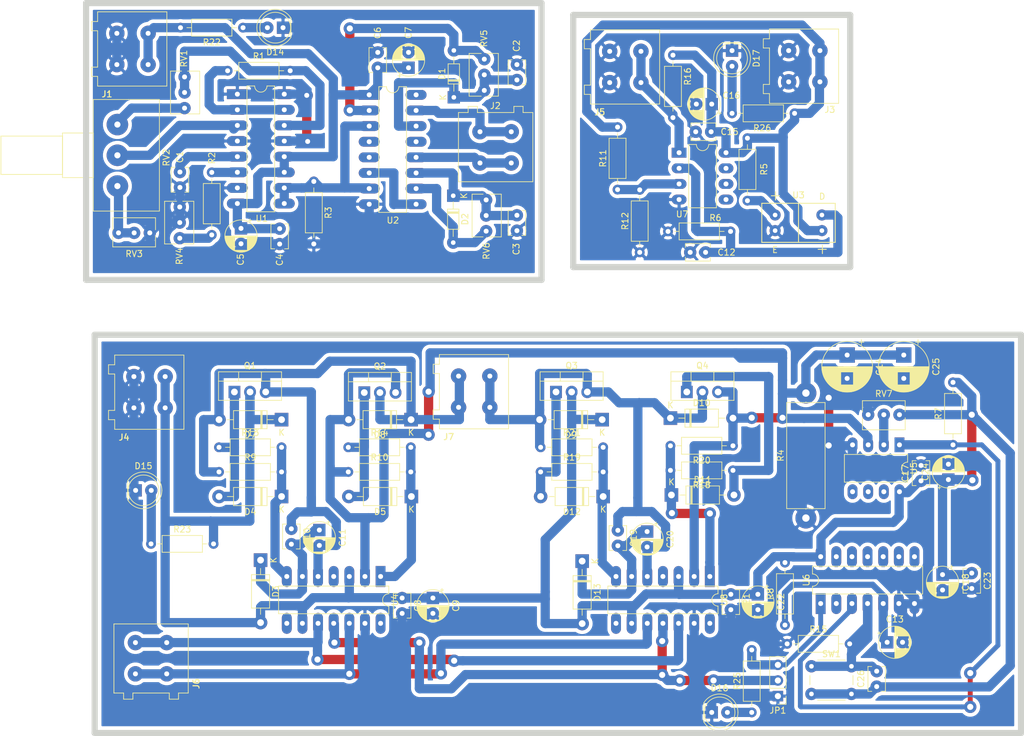
<source format=kicad_pcb>
(kicad_pcb (version 20171130) (host pcbnew 5.1.4)
  (layers (0 F.Cu signal) (31 B.Cu signal) (34 B.Paste user) (35 F.Paste user) (36 B.SilkS user) (37 F.SilkS user) (38 B.Mask user) (39 F.Mask user) (44 Edge.Cuts user))
  (net 0 "")
  (net 1 GND)
  (net 2 "Net-(C1-Pad1)")
  (net 3 "Net-(C2-Pad1)")
  (net 4 "Net-(C3-Pad1)")
  (net 5 +12V)
  (net 6 "Net-(R1-Pad1)")
  (net 7 Vref)
  (net 8 "Net-(R2-Pad2)")
  (net 9 "Net-(R2-Pad1)")
  (net 10 PWM)
  (net 11 "Net-(RV1-Pad3)")
  (net 12 "Net-(RV2-Pad3)")
  (net 13 Duty)
  (net 14 "Net-(U2-Pad6)")
  (net 15 "Net-(D14-Pad2)")
  (net 16 INV_CTRL)
  (net 17 NO_INV_CTRL)
  (net 18 Earth)
  (net 19 VDD)
  (net 20 INV)
  (net 21 NO_INV)
  (net 22 MOTOR_A)
  (net 23 MOTOR_B)
  (net 24 IM)
  (net 25 "Net-(R7-Pad1)")
  (net 26 "Net-(C13-Pad1)")
  (net 27 "Net-(D4-Pad1)")
  (net 28 "Net-(D5-Pad1)")
  (net 29 "Net-(D4-Pad2)")
  (net 30 "Net-(D5-Pad2)")
  (net 31 "Net-(D11-Pad1)")
  (net 32 "Net-(D11-Pad2)")
  (net 33 "Net-(D12-Pad2)")
  (net 34 "Net-(D12-Pad1)")
  (net 35 "Net-(C10-Pad2)")
  (net 36 SD)
  (net 37 "Net-(C19-Pad2)")
  (net 38 "Net-(RV7-Pad2)")
  (net 39 "Net-(D15-Pad2)")
  (net 40 "Net-(D16-Pad2)")
  (net 41 GNDD)
  (net 42 "Net-(C12-Pad2)")
  (net 43 +5V)
  (net 44 RPM)
  (net 45 "Net-(R5-Pad1)")
  (net 46 "Net-(R11-Pad1)")
  (net 47 "Net-(D17-Pad2)")
  (net 48 "Net-(D1-Pad1)")
  (net 49 "Net-(D2-Pad1)")
  (net 50 "Net-(C26-Pad2)")
  (net 51 "Net-(JP1-Pad3)")
  (module lib_fp:SW_PUSH_6mm_H5mm (layer F.Cu) (at 132.7 122.9)
    (fp_text reference SW1 (at 3.25 -2) (layer F.SilkS))
    (fp_text value SW_Push)
    (pad 2 thru_hole circle (at 0 4.5 90) (size 2 2) (drill 0.75) (layers *.Cu *.Mask) (net 19 VDD))
    (pad 1 thru_hole circle (at 0 0 90) (size 2 2) (drill 0.75) (layers *.Cu *.Mask) (net 50 "Net-(C26-Pad2)"))
    (pad 2 thru_hole circle (at 6.5 4.5 90) (size 2 2) (drill 0.75) (layers *.Cu *.Mask) (net 19 VDD))
    (pad 1 thru_hole circle (at 6.5 0 90) (size 2 2) (drill 0.75) (layers *.Cu *.Mask) (net 50 "Net-(C26-Pad2)"))
  )
  (module lib_fp:TCST1103 (layer F.Cu) (at 130.6 50.8)
    (fp_text reference U3 (at 0 -4.5) (layer F.SilkS))
    (fp_text value TCST1103)
    (fp_text user E (at -3.82 4.39) (layer F.SilkS))
    (fp_text user D (at 3.84 -4.28) (layer F.SilkS))
    (pad 3 thru_hole circle (at 3.8 1.27 180) (size 1.8 1.8) (drill 0.75) (layers *.Cu *.Mask F.Paste) (net 43 +5V))
    (pad 2 thru_hole circle (at -3.8 1.27 180) (size 1.8 1.8) (drill 0.75) (layers *.Cu *.Mask F.Paste) (net 41 GNDD))
    (pad 1 thru_hole circle (at -3.8 -1.27 180) (size 1.8 1.8) (drill 0.75) (layers *.Cu *.Mask F.Paste) (net 45 "Net-(R5-Pad1)"))
    (pad 4 thru_hole circle (at 3.8 -1.27 180) (size 1.8 1.8) (drill 0.75) (layers *.Cu *.Mask F.Paste) (net 42 "Net-(C12-Pad2)"))
  )
  (module lib_fp:C_Disc_D3.8mm_W2.6mm_P2.50mm (layer F.Cu) (at 30.1 42.545 270)
    (fp_text reference C1 (at -2.445 0 90) (layer F.SilkS))
    (fp_text value 10n)
    (pad 2 thru_hole circle (at 2.5 0 270) (size 2 2) (drill 0.8) (layers *.Cu *.Mask) (net 1 GND))
    (pad 1 thru_hole circle (at 0 0 270) (size 2 2) (drill 0.8) (layers *.Cu *.Mask) (net 2 "Net-(C1-Pad1)"))
  )
  (module lib_fp:C_Disc_D3.8mm_W2.6mm_P2.50mm (layer F.Cu) (at 84.85 27.575 90)
    (fp_text reference C2 (at 5.55 -0.05 90) (layer F.SilkS))
    (fp_text value 470p)
    (pad 2 thru_hole circle (at 2.5 0 90) (size 2 2) (drill 0.8) (layers *.Cu *.Mask) (net 1 GND))
    (pad 1 thru_hole circle (at 0 0 90) (size 2 2) (drill 0.8) (layers *.Cu *.Mask) (net 3 "Net-(C2-Pad1)"))
  )
  (module lib_fp:C_Disc_D3.8mm_W2.6mm_P2.50mm (layer F.Cu) (at 84.85 49.575 270)
    (fp_text reference C3 (at 5.5 0.1 90) (layer F.SilkS))
    (fp_text value 470p)
    (pad 1 thru_hole circle (at 0 0 270) (size 2 2) (drill 0.8) (layers *.Cu *.Mask) (net 4 "Net-(C3-Pad1)"))
    (pad 2 thru_hole circle (at 2.5 0 270) (size 2 2) (drill 0.8) (layers *.Cu *.Mask) (net 1 GND))
  )
  (module lib_fp:C_Disc_D3.8mm_W2.6mm_P2.50mm (layer F.Cu) (at 46.3 51.755 270)
    (fp_text reference C4 (at 5.07 0 90) (layer F.SilkS))
    (fp_text value 100n)
    (pad 2 thru_hole circle (at 2.5 0 270) (size 2 2) (drill 0.8) (layers *.Cu *.Mask) (net 1 GND))
    (pad 1 thru_hole circle (at 0 0 270) (size 2 2) (drill 0.8) (layers *.Cu *.Mask) (net 5 +12V))
  )
  (module lib_fp:CP_Radial_D5.0mm_P2.50mm (layer F.Cu) (at 40.02 51.705 270)
    (fp_text reference C5 (at 5.07 0.07 90) (layer F.SilkS))
    (fp_text value 10u)
    (pad 2 thru_hole circle (at 2.5 0 270) (size 2 2) (drill 0.8) (layers *.Cu *.Mask) (net 1 GND))
    (pad 1 thru_hole rect (at 0 0 270) (size 2 2) (drill 0.8) (layers *.Cu *.Mask) (net 5 +12V))
  )
  (module lib_fp:C_Disc_D3.8mm_W2.6mm_P2.50mm (layer F.Cu) (at 62.24 25.595 90)
    (fp_text reference C6 (at 5.67 -0.015 90) (layer F.SilkS))
    (fp_text value 100n)
    (pad 1 thru_hole circle (at 0 0 90) (size 2 2) (drill 0.8) (layers *.Cu *.Mask) (net 5 +12V))
    (pad 2 thru_hole circle (at 2.5 0 90) (size 2 2) (drill 0.8) (layers *.Cu *.Mask) (net 1 GND))
  )
  (module lib_fp:CP_Radial_D5.0mm_P2.50mm (layer F.Cu) (at 67.24 25.595 90)
    (fp_text reference C7 (at 5.695 -0.015 90) (layer F.SilkS))
    (fp_text value 10u)
    (pad 1 thru_hole rect (at 0 0 90) (size 2 2) (drill 0.8) (layers *.Cu *.Mask) (net 5 +12V))
    (pad 2 thru_hole circle (at 2.5 0 90) (size 2 2) (drill 0.8) (layers *.Cu *.Mask) (net 1 GND))
  )
  (module lib_fp:R_Axial_DIN0207_L6.3mm_D2.5mm_P10.16mm_Horizontal (layer F.Cu) (at 37.85 26.075)
    (fp_text reference R1 (at 5.08 -2.37) (layer F.SilkS))
    (fp_text value 56k)
    (pad 1 thru_hole circle (at 0 0) (size 1.6 1.6) (drill 0.8) (layers *.Cu *.Mask) (net 6 "Net-(R1-Pad1)"))
    (pad 2 thru_hole oval (at 10.16 0) (size 1.6 1.6) (drill 0.8) (layers *.Cu *.Mask) (net 7 Vref))
  )
  (module lib_fp:R_Axial_DIN0207_L6.3mm_D2.5mm_P10.16mm_Horizontal (layer F.Cu) (at 35.27 42.605 270)
    (fp_text reference R2 (at -2.33 -0.03 90) (layer F.SilkS))
    (fp_text value 6,8k)
    (pad 2 thru_hole oval (at 10.16 0 270) (size 1.6 1.6) (drill 0.8) (layers *.Cu *.Mask) (net 8 "Net-(R2-Pad2)"))
    (pad 1 thru_hole circle (at 0 0 270) (size 1.6 1.6) (drill 0.8) (layers *.Cu *.Mask) (net 9 "Net-(R2-Pad1)"))
  )
  (module lib_fp:R_Axial_DIN0207_L6.3mm_D2.5mm_P10.16mm_Horizontal (layer F.Cu) (at 51.85 44.075 270)
    (fp_text reference R3 (at 5.08 -2.37 90) (layer F.SilkS))
    (fp_text value 1,2k)
    (pad 1 thru_hole circle (at 0 0 270) (size 1.6 1.6) (drill 0.8) (layers *.Cu *.Mask) (net 10 PWM))
    (pad 2 thru_hole oval (at 10.16 0 270) (size 1.6 1.6) (drill 0.8) (layers *.Cu *.Mask) (net 1 GND))
  )
  (module lib_fp:Potentiometer_Bourns_3266Y_Vertical (layer F.Cu) (at 30.85 27.075 90)
    (fp_text reference RV1 (at 2.975 -0.1 90) (layer F.SilkS))
    (fp_text value 1k)
    (pad 3 thru_hole circle (at -5.08 0 90) (size 2 2) (drill 0.8) (layers *.Cu *.Mask) (net 11 "Net-(RV1-Pad3)"))
    (pad 2 thru_hole circle (at -2.54 0 90) (size 2 2) (drill 0.8) (layers *.Cu *.Mask) (net 7 Vref))
    (pad 1 thru_hole circle (at 0 0 90) (size 2 2) (drill 0.8) (layers *.Cu *.Mask) (net 7 Vref))
  )
  (module lib_fp:Potentiometer_Alps_RK163_Single_Horizontal (layer F.Cu) (at 19.94 34.825 180)
    (fp_text reference RV2 (at -7.96 -5.375 270) (layer F.SilkS))
    (fp_text value 1k)
    (pad 3 thru_hole circle (at 0 -10 180) (size 3.5 3.5) (drill 1) (layers *.Cu *.Mask) (net 12 "Net-(RV2-Pad3)"))
    (pad 2 thru_hole circle (at 0 -5 180) (size 3.5 3.5) (drill 1) (layers *.Cu *.Mask) (net 13 Duty))
    (pad 1 thru_hole circle (at 0 0 180) (size 3.5 3.5) (drill 1) (layers *.Cu *.Mask) (net 11 "Net-(RV1-Pad3)"))
  )
  (module lib_fp:Potentiometer_Bourns_3266Y_Vertical (layer F.Cu) (at 20.12 52.435 180)
    (fp_text reference RV3 (at -2.54 -3.41) (layer F.SilkS))
    (fp_text value 1k)
    (pad 1 thru_hole circle (at 0 0 180) (size 2 2) (drill 0.8) (layers *.Cu *.Mask) (net 12 "Net-(RV2-Pad3)"))
    (pad 2 thru_hole circle (at -2.54 0 180) (size 2 2) (drill 0.8) (layers *.Cu *.Mask) (net 12 "Net-(RV2-Pad3)"))
    (pad 3 thru_hole circle (at -5.08 0 180) (size 2 2) (drill 0.8) (layers *.Cu *.Mask) (net 1 GND))
  )
  (module lib_fp:Potentiometer_Bourns_3266Y_Vertical (layer F.Cu) (at 30.07 53.305 270)
    (fp_text reference RV4 (at 2.92 0.045 90) (layer F.SilkS))
    (fp_text value 10k)
    (pad 1 thru_hole circle (at 0 0 270) (size 2 2) (drill 0.8) (layers *.Cu *.Mask) (net 8 "Net-(R2-Pad2)"))
    (pad 2 thru_hole circle (at -2.54 0 270) (size 2 2) (drill 0.8) (layers *.Cu *.Mask) (net 1 GND))
    (pad 3 thru_hole circle (at -5.08 0 270) (size 2 2) (drill 0.8) (layers *.Cu *.Mask) (net 1 GND))
  )
  (module lib_fp:Potentiometer_Bourns_3266Y_Vertical (layer F.Cu) (at 79.55 29.275 270)
    (fp_text reference RV5 (at -8.45 0.05 90) (layer F.SilkS))
    (fp_text value 10k)
    (pad 3 thru_hole circle (at -5.08 0 270) (size 2 2) (drill 0.8) (layers *.Cu *.Mask) (net 48 "Net-(D1-Pad1)"))
    (pad 2 thru_hole circle (at -2.54 0 270) (size 2 2) (drill 0.8) (layers *.Cu *.Mask) (net 3 "Net-(C2-Pad1)"))
    (pad 1 thru_hole circle (at 0 0 270) (size 2 2) (drill 0.8) (layers *.Cu *.Mask) (net 3 "Net-(C2-Pad1)"))
  )
  (module lib_fp:Potentiometer_Bourns_3266Y_Vertical (layer F.Cu) (at 79.85 47.075 90)
    (fp_text reference RV6 (at -8.3 0.05 90) (layer F.SilkS))
    (fp_text value 10k)
    (pad 1 thru_hole circle (at 0 0 90) (size 2 2) (drill 0.8) (layers *.Cu *.Mask) (net 4 "Net-(C3-Pad1)"))
    (pad 2 thru_hole circle (at -2.54 0 90) (size 2 2) (drill 0.8) (layers *.Cu *.Mask) (net 4 "Net-(C3-Pad1)"))
    (pad 3 thru_hole circle (at -5.08 0 90) (size 2 2) (drill 0.8) (layers *.Cu *.Mask) (net 49 "Net-(D2-Pad1)"))
  )
  (module lib_fp:DIP-16_W7.62mm_LongPads (layer F.Cu) (at 39.43 29.885)
    (fp_text reference U1 (at 3.97 20.215) (layer F.SilkS))
    (fp_text value TL494)
    (pad 16 thru_hole oval (at 7.62 0) (size 3.4 1.6) (drill 0.8) (layers *.Cu *.Mask) (net 1 GND))
    (pad 8 thru_hole oval (at 0 17.78) (size 3.4 1.6) (drill 0.8) (layers *.Cu *.Mask) (net 5 +12V))
    (pad 15 thru_hole oval (at 7.62 2.54) (size 3.4 1.6) (drill 0.8) (layers *.Cu *.Mask) (net 6 "Net-(R1-Pad1)"))
    (pad 7 thru_hole oval (at 0 15.24) (size 3.4 1.6) (drill 0.8) (layers *.Cu *.Mask) (net 1 GND))
    (pad 14 thru_hole oval (at 7.62 5.08) (size 3.4 1.6) (drill 0.8) (layers *.Cu *.Mask) (net 7 Vref))
    (pad 6 thru_hole oval (at 0 12.7) (size 3.4 1.6) (drill 0.8) (layers *.Cu *.Mask) (net 9 "Net-(R2-Pad1)"))
    (pad 13 thru_hole oval (at 7.62 7.62) (size 3.4 1.6) (drill 0.8) (layers *.Cu *.Mask) (net 1 GND))
    (pad 5 thru_hole oval (at 0 10.16) (size 3.4 1.6) (drill 0.8) (layers *.Cu *.Mask) (net 2 "Net-(C1-Pad1)"))
    (pad 12 thru_hole oval (at 7.62 10.16) (size 3.4 1.6) (drill 0.8) (layers *.Cu *.Mask) (net 5 +12V))
    (pad 4 thru_hole oval (at 0 7.62) (size 3.4 1.6) (drill 0.8) (layers *.Cu *.Mask) (net 1 GND))
    (pad 11 thru_hole oval (at 7.62 12.7) (size 3.4 1.6) (drill 0.8) (layers *.Cu *.Mask) (net 5 +12V))
    (pad 3 thru_hole oval (at 0 5.08) (size 3.4 1.6) (drill 0.8) (layers *.Cu *.Mask) (net 13 Duty))
    (pad 10 thru_hole oval (at 7.62 15.24) (size 3.4 1.6) (drill 0.8) (layers *.Cu *.Mask) (net 10 PWM))
    (pad 2 thru_hole oval (at 0 2.54) (size 3.4 1.6) (drill 0.8) (layers *.Cu *.Mask) (net 6 "Net-(R1-Pad1)"))
    (pad 9 thru_hole oval (at 7.62 17.78) (size 3.4 1.6) (drill 0.8) (layers *.Cu *.Mask) (net 10 PWM))
    (pad 1 thru_hole rect (at 0 0) (size 3.4 1.6) (drill 0.8) (layers *.Cu *.Mask) (net 1 GND))
  )
  (module lib_fp:DIP-16_W7.62mm_LongPads (layer F.Cu) (at 60.85 29.995)
    (fp_text reference U2 (at 3.85 20.405) (layer F.SilkS))
    (fp_text value 4049)
    (pad 1 thru_hole rect (at 0 0) (size 3.4 1.6) (drill 0.8) (layers *.Cu *.Mask) (net 5 +12V))
    (pad 9 thru_hole oval (at 7.62 17.78) (size 3.4 1.6) (drill 0.8) (layers *.Cu *.Mask) (net 14 "Net-(U2-Pad6)"))
    (pad 2 thru_hole oval (at 0 2.54) (size 3.4 1.6) (drill 0.8) (layers *.Cu *.Mask) (net 48 "Net-(D1-Pad1)"))
    (pad 10 thru_hole oval (at 7.62 15.24) (size 3.4 1.6) (drill 0.8) (layers *.Cu *.Mask) (net 49 "Net-(D2-Pad1)"))
    (pad 3 thru_hole oval (at 0 5.08) (size 3.4 1.6) (drill 0.8) (layers *.Cu *.Mask) (net 10 PWM))
    (pad 11 thru_hole oval (at 7.62 12.7) (size 3.4 1.6) (drill 0.8) (layers *.Cu *.Mask) (net 4 "Net-(C3-Pad1)"))
    (pad 4 thru_hole oval (at 0 7.62) (size 3.4 1.6) (drill 0.8) (layers *.Cu *.Mask))
    (pad 12 thru_hole oval (at 7.62 10.16) (size 3.4 1.6) (drill 0.8) (layers *.Cu *.Mask) (net 16 INV_CTRL))
    (pad 5 thru_hole oval (at 0 10.16) (size 3.4 1.6) (drill 0.8) (layers *.Cu *.Mask))
    (pad 13 thru_hole oval (at 7.62 7.62) (size 3.4 1.6) (drill 0.8) (layers *.Cu *.Mask))
    (pad 6 thru_hole oval (at 0 12.7) (size 3.4 1.6) (drill 0.8) (layers *.Cu *.Mask) (net 14 "Net-(U2-Pad6)"))
    (pad 14 thru_hole oval (at 7.62 5.08) (size 3.4 1.6) (drill 0.8) (layers *.Cu *.Mask) (net 3 "Net-(C2-Pad1)"))
    (pad 7 thru_hole oval (at 0 15.24) (size 3.4 1.6) (drill 0.8) (layers *.Cu *.Mask) (net 10 PWM))
    (pad 15 thru_hole oval (at 7.62 2.54) (size 3.4 1.6) (drill 0.8) (layers *.Cu *.Mask) (net 17 NO_INV_CTRL))
    (pad 8 thru_hole oval (at 0 17.78) (size 3.4 1.6) (drill 0.8) (layers *.Cu *.Mask) (net 1 GND))
    (pad 16 thru_hole oval (at 7.62 0) (size 3.4 1.6) (drill 0.8) (layers *.Cu *.Mask))
  )
  (module lib_fp:TerminalBlock_screwless-2_P5mm (layer F.Cu) (at 24.93 25.075 180)
    (fp_text reference J1 (at 6.66 -4.8) (layer F.SilkS))
    (fp_text value "Alimentacion CTRL")
    (fp_text user %R (at 6.7 -4.8) (layer F.SilkS))
    (pad 2 thru_hole circle (at 5.08 5.08 180) (size 2.5 2.5) (drill 0.8) (layers *.Cu *.Mask) (net 1 GND))
    (pad 1 thru_hole circle (at 0 5.08 180) (size 2.5 2.5) (drill 0.8) (layers *.Cu *.Mask) (net 5 +12V))
    (pad 2 thru_hole circle (at 5.08 0 180) (size 2.5 2.5) (drill 0.8) (layers *.Cu *.Mask) (net 1 GND))
    (pad 1 thru_hole circle (at 0 0 180) (size 2.5 2.5) (drill 0.8) (layers *.Cu *.Mask) (net 5 +12V))
  )
  (module lib_fp:TerminalBlock_screwless-2_P5mm (layer F.Cu) (at 78.85 41.075 90)
    (fp_text reference J2 (at 9.3 2.5 180) (layer F.SilkS))
    (fp_text value Salida_CTRL)
    (pad 1 thru_hole circle (at 0 0 90) (size 2.5 2.5) (drill 0.8) (layers *.Cu *.Mask) (net 16 INV_CTRL))
    (pad 2 thru_hole circle (at 5.08 0 90) (size 2.5 2.5) (drill 0.8) (layers *.Cu *.Mask) (net 17 NO_INV_CTRL))
    (pad 1 thru_hole circle (at 0 5.08 90) (size 2.5 2.5) (drill 0.8) (layers *.Cu *.Mask) (net 16 INV_CTRL))
    (pad 2 thru_hole circle (at 5.08 5.08 90) (size 2.5 2.5) (drill 0.8) (layers *.Cu *.Mask) (net 17 NO_INV_CTRL))
  )
  (module lib_fp:LED_D5.0mm_Clear (layer F.Cu) (at 46.85 19.075 180)
    (fp_text reference D14 (at 1.27 -3.96) (layer F.SilkS))
    (fp_text value PWM_ON)
    (pad 1 thru_hole rect (at 0 0 180) (size 2 2) (drill 0.8) (layers *.Cu *.Mask) (net 1 GND))
    (pad 2 thru_hole circle (at 2.54 0 180) (size 2 2) (drill 0.8) (layers *.Cu *.Mask) (net 15 "Net-(D14-Pad2)"))
  )
  (module lib_fp:R_Axial_DIN0207_L6.3mm_D2.5mm_P10.16mm_Horizontal (layer F.Cu) (at 40.35 19.075 180)
    (fp_text reference R22 (at 5.08 -2.37) (layer F.SilkS))
    (fp_text value 1,5k)
    (pad 1 thru_hole circle (at 0 0 180) (size 1.6 1.6) (drill 0.8) (layers *.Cu *.Mask) (net 15 "Net-(D14-Pad2)"))
    (pad 2 thru_hole oval (at 10.16 0 180) (size 1.6 1.6) (drill 0.8) (layers *.Cu *.Mask) (net 5 +12V))
  )
  (module lib_fp:C_Disc_D3.8mm_W2.6mm_P2.50mm (layer F.Cu) (at 66.2 111.8 270)
    (fp_text reference C8 (at 1.25 -2.55 90) (layer F.SilkS))
    (fp_text value 100n)
    (pad 2 thru_hole circle (at 2.5 0 270) (size 2 2) (drill 0.8) (layers *.Cu *.Mask) (net 18 Earth))
    (pad 1 thru_hole circle (at 0 0 270) (size 2 2) (drill 0.8) (layers *.Cu *.Mask) (net 19 VDD))
  )
  (module lib_fp:CP_Radial_D5.0mm_P2.50mm (layer F.Cu) (at 71.2 111.8 270)
    (fp_text reference C9 (at 1.25 -3.75 90) (layer F.SilkS))
    (fp_text value 10u)
    (pad 1 thru_hole rect (at 0 0 270) (size 2 2) (drill 0.8) (layers *.Cu *.Mask) (net 19 VDD))
    (pad 2 thru_hole circle (at 2.5 0 270) (size 2 2) (drill 0.8) (layers *.Cu *.Mask) (net 18 Earth))
  )
  (module lib_fp:C_Disc_D3.8mm_W2.6mm_P2.50mm (layer F.Cu) (at 150.5 92.75 90)
    (fp_text reference C17 (at 1.25 -2.55 90) (layer F.SilkS))
    (fp_text value 100n)
    (pad 2 thru_hole circle (at 2.5 0 90) (size 2 2) (drill 0.8) (layers *.Cu *.Mask) (net 18 Earth))
    (pad 1 thru_hole circle (at 0 0 90) (size 2 2) (drill 0.8) (layers *.Cu *.Mask) (net 19 VDD))
  )
  (module lib_fp:CP_Radial_D5.0mm_P2.50mm (layer F.Cu) (at 154 108 270)
    (fp_text reference C18 (at 1.25 -3.75 90) (layer F.SilkS))
    (fp_text value 10u)
    (pad 2 thru_hole circle (at 2.5 0 270) (size 2 2) (drill 0.8) (layers *.Cu *.Mask) (net 18 Earth))
    (pad 1 thru_hole rect (at 0 0 270) (size 2 2) (drill 0.8) (layers *.Cu *.Mask) (net 19 VDD))
  )
  (module lib_fp:C_Disc_D3.8mm_W2.6mm_P2.50mm (layer F.Cu) (at 119.6 111.2 270)
    (fp_text reference C21 (at 1.25 -2.55 90) (layer F.SilkS))
    (fp_text value 100n)
    (pad 1 thru_hole circle (at 0 0 270) (size 2 2) (drill 0.8) (layers *.Cu *.Mask) (net 19 VDD))
    (pad 2 thru_hole circle (at 2.5 0 270) (size 2 2) (drill 0.8) (layers *.Cu *.Mask) (net 18 Earth))
  )
  (module lib_fp:CP_Radial_D5.0mm_P2.50mm (layer F.Cu) (at 124 111.2 270)
    (fp_text reference C22 (at 1.25 -3.75 90) (layer F.SilkS))
    (fp_text value 10u)
    (pad 2 thru_hole circle (at 2.5 0 270) (size 2 2) (drill 0.8) (layers *.Cu *.Mask) (net 18 Earth))
    (pad 1 thru_hole rect (at 0 0 270) (size 2 2) (drill 0.8) (layers *.Cu *.Mask) (net 19 VDD))
  )
  (module lib_fp:TerminalBlock_screwless-2_P5mm (layer F.Cu) (at 27.7 80.88 180)
    (fp_text reference J4 (at 6.66 -4.8) (layer F.SilkS))
    (fp_text value Alimentacion)
    (fp_text user %R (at 6.7 -4.8) (layer F.SilkS))
    (pad 2 thru_hole circle (at 5.08 5.08 180) (size 2.5 2.5) (drill 0.8) (layers *.Cu *.Mask) (net 18 Earth))
    (pad 1 thru_hole circle (at 0 5.08 180) (size 2.5 2.5) (drill 0.8) (layers *.Cu *.Mask) (net 19 VDD))
    (pad 2 thru_hole circle (at 5.08 0 180) (size 2.5 2.5) (drill 0.8) (layers *.Cu *.Mask) (net 18 Earth))
    (pad 1 thru_hole circle (at 0 0 180) (size 2.5 2.5) (drill 0.8) (layers *.Cu *.Mask) (net 19 VDD))
  )
  (module lib_fp:TerminalBlock_screwless-2_P5mm (layer F.Cu) (at 27.95 119.05 270)
    (fp_text reference J6 (at 6.66 -4.8 90) (layer F.SilkS))
    (fp_text value "Entrada Main")
    (fp_text user %R (at 6.7 -4.8 90) (layer F.SilkS))
    (pad 1 thru_hole circle (at 0 0 270) (size 2.5 2.5) (drill 0.8) (layers *.Cu *.Mask) (net 21 NO_INV))
    (pad 2 thru_hole circle (at 5.08 0 270) (size 2.5 2.5) (drill 0.8) (layers *.Cu *.Mask) (net 20 INV))
    (pad 1 thru_hole circle (at 0 5.08 270) (size 2.5 2.5) (drill 0.8) (layers *.Cu *.Mask) (net 21 NO_INV))
    (pad 2 thru_hole circle (at 5.08 5.08 270) (size 2.5 2.5) (drill 0.8) (layers *.Cu *.Mask) (net 20 INV))
  )
  (module lib_fp:TerminalBlock_screwless-2_P5mm (layer F.Cu) (at 80.45 80.8 180)
    (fp_text reference J7 (at 6.66 -4.8) (layer F.SilkS))
    (fp_text value Alimentacion)
    (fp_text user %R (at 6.7 -4.8) (layer F.SilkS))
    (pad 1 thru_hole circle (at 0 0 180) (size 2.5 2.5) (drill 0.8) (layers *.Cu *.Mask) (net 23 MOTOR_B))
    (pad 2 thru_hole circle (at 5.08 0 180) (size 2.5 2.5) (drill 0.8) (layers *.Cu *.Mask) (net 22 MOTOR_A))
    (pad 1 thru_hole circle (at 0 5.08 180) (size 2.5 2.5) (drill 0.8) (layers *.Cu *.Mask) (net 23 MOTOR_B))
    (pad 2 thru_hole circle (at 5.08 5.08 180) (size 2.5 2.5) (drill 0.8) (layers *.Cu *.Mask) (net 22 MOTOR_A))
  )
  (module lib_fp:R_Axial_DIN0207_L6.3mm_D2.5mm_P10.16mm_Horizontal (layer F.Cu) (at 155.7 86.9 90)
    (fp_text reference R7 (at 5.08 -2.37 90) (layer F.SilkS))
    (fp_text value 1k)
    (pad 1 thru_hole circle (at 0 0 90) (size 1.6 1.6) (drill 0.8) (layers *.Cu *.Mask) (net 25 "Net-(R7-Pad1)"))
    (pad 2 thru_hole oval (at 10.16 0 90) (size 1.6 1.6) (drill 0.8) (layers *.Cu *.Mask) (net 19 VDD))
  )
  (module lib_fp:R_Axial_DIN0207_L6.3mm_D2.5mm_P10.16mm_Horizontal (layer F.Cu) (at 128.4 116.2 90)
    (fp_text reference R8 (at 5.08 -2.37 90) (layer F.SilkS))
    (fp_text value 10k)
    (pad 2 thru_hole oval (at 10.16 0 90) (size 1.6 1.6) (drill 0.8) (layers *.Cu *.Mask) (net 19 VDD))
    (pad 1 thru_hole circle (at 0 0 90) (size 1.6 1.6) (drill 0.8) (layers *.Cu *.Mask) (net 26 "Net-(C13-Pad1)"))
  )
  (module lib_fp:R_Axial_DIN0207_L6.3mm_D2.5mm_P10.16mm_Horizontal (layer F.Cu) (at 36.45 91.3)
    (fp_text reference R9 (at 5.08 -2.37) (layer F.SilkS))
    (fp_text value 1k)
    (pad 2 thru_hole oval (at 10.16 0) (size 1.6 1.6) (drill 0.8) (layers *.Cu *.Mask) (net 27 "Net-(D4-Pad1)"))
    (pad 1 thru_hole circle (at 0 0) (size 1.6 1.6) (drill 0.8) (layers *.Cu *.Mask) (net 22 MOTOR_A))
  )
  (module lib_fp:R_Axial_DIN0207_L6.3mm_D2.5mm_P10.16mm_Horizontal (layer F.Cu) (at 57.45 91.3)
    (fp_text reference R10 (at 5.08 -2.37) (layer F.SilkS))
    (fp_text value 1k)
    (pad 1 thru_hole circle (at 0 0) (size 1.6 1.6) (drill 0.8) (layers *.Cu *.Mask) (net 24 IM))
    (pad 2 thru_hole oval (at 10.16 0) (size 1.6 1.6) (drill 0.8) (layers *.Cu *.Mask) (net 28 "Net-(D5-Pad1)"))
  )
  (module lib_fp:R_Axial_DIN0207_L6.3mm_D2.5mm_P10.16mm_Horizontal (layer F.Cu) (at 36.45 87.3)
    (fp_text reference R13 (at 5.08 -2.37) (layer F.SilkS))
    (fp_text value 100)
    (pad 1 thru_hole circle (at 0 0) (size 1.6 1.6) (drill 0.8) (layers *.Cu *.Mask) (net 29 "Net-(D4-Pad2)"))
    (pad 2 thru_hole oval (at 10.16 0) (size 1.6 1.6) (drill 0.8) (layers *.Cu *.Mask) (net 27 "Net-(D4-Pad1)"))
  )
  (module lib_fp:R_Axial_DIN0207_L6.3mm_D2.5mm_P10.16mm_Horizontal (layer F.Cu) (at 57.45 87.3)
    (fp_text reference R14 (at 5.08 -2.37) (layer F.SilkS))
    (fp_text value 100)
    (pad 1 thru_hole circle (at 0 0) (size 1.6 1.6) (drill 0.8) (layers *.Cu *.Mask) (net 30 "Net-(D5-Pad2)"))
    (pad 2 thru_hole oval (at 10.16 0) (size 1.6 1.6) (drill 0.8) (layers *.Cu *.Mask) (net 28 "Net-(D5-Pad1)"))
  )
  (module lib_fp:R_Axial_DIN0207_L6.3mm_D2.5mm_P10.16mm_Horizontal (layer F.Cu) (at 119.95 91.05 180)
    (fp_text reference R18 (at 5.08 -2.37) (layer F.SilkS))
    (fp_text value 100)
    (pad 2 thru_hole oval (at 10.16 0 180) (size 1.6 1.6) (drill 0.8) (layers *.Cu *.Mask) (net 31 "Net-(D11-Pad1)"))
    (pad 1 thru_hole circle (at 0 0 180) (size 1.6 1.6) (drill 0.8) (layers *.Cu *.Mask) (net 32 "Net-(D11-Pad2)"))
  )
  (module lib_fp:R_Axial_DIN0207_L6.3mm_D2.5mm_P10.16mm_Horizontal (layer F.Cu) (at 88.7 91.3)
    (fp_text reference R19 (at 5.08 -2.37) (layer F.SilkS))
    (fp_text value 100)
    (pad 1 thru_hole circle (at 0 0) (size 1.6 1.6) (drill 0.8) (layers *.Cu *.Mask) (net 33 "Net-(D12-Pad2)"))
    (pad 2 thru_hole oval (at 10.16 0) (size 1.6 1.6) (drill 0.8) (layers *.Cu *.Mask) (net 34 "Net-(D12-Pad1)"))
  )
  (module lib_fp:R_Axial_DIN0207_L6.3mm_D2.5mm_P10.16mm_Horizontal (layer F.Cu) (at 119.95 87.05 180)
    (fp_text reference R20 (at 5.08 -2.37) (layer F.SilkS))
    (fp_text value 1k)
    (pad 2 thru_hole oval (at 10.16 0 180) (size 1.6 1.6) (drill 0.8) (layers *.Cu *.Mask) (net 31 "Net-(D11-Pad1)"))
    (pad 1 thru_hole circle (at 0 0 180) (size 1.6 1.6) (drill 0.8) (layers *.Cu *.Mask) (net 24 IM))
  )
  (module lib_fp:R_Axial_DIN0207_L6.3mm_D2.5mm_P10.16mm_Horizontal (layer F.Cu) (at 88.7 87.3)
    (fp_text reference R21 (at 5.08 -2.37) (layer F.SilkS))
    (fp_text value 1k)
    (pad 1 thru_hole circle (at 0 0) (size 1.6 1.6) (drill 0.8) (layers *.Cu *.Mask) (net 23 MOTOR_B))
    (pad 2 thru_hole oval (at 10.16 0) (size 1.6 1.6) (drill 0.8) (layers *.Cu *.Mask) (net 34 "Net-(D12-Pad1)"))
  )
  (module lib_fp:Potentiometer_Bourns_3266Y_Vertical (layer F.Cu) (at 147 82)
    (fp_text reference RV7 (at -2.54 -3.41) (layer F.SilkS))
    (fp_text value 5k)
    (pad 1 thru_hole circle (at 0 0) (size 2 2) (drill 0.8) (layers *.Cu *.Mask) (net 19 VDD))
    (pad 2 thru_hole circle (at -2.54 0) (size 2 2) (drill 0.8) (layers *.Cu *.Mask) (net 38 "Net-(RV7-Pad2)"))
    (pad 3 thru_hole circle (at -5.08 0) (size 2 2) (drill 0.8) (layers *.Cu *.Mask) (net 18 Earth))
  )
  (module lib_fp:C_Disc_D3.8mm_W2.6mm_P2.50mm (layer F.Cu) (at 48.2 100.55 270)
    (fp_text reference C10 (at 1.25 -2.55 90) (layer F.SilkS))
    (fp_text value 100n)
    (pad 2 thru_hole circle (at 2.5 0 270) (size 2 2) (drill 0.8) (layers *.Cu *.Mask) (net 35 "Net-(C10-Pad2)"))
    (pad 1 thru_hole circle (at 0 0 270) (size 2 2) (drill 0.8) (layers *.Cu *.Mask) (net 22 MOTOR_A))
  )
  (module lib_fp:CP_Radial_D5.0mm_P2.50mm (layer F.Cu) (at 52.75 100.75 270)
    (fp_text reference C11 (at 1.25 -3.75 90) (layer F.SilkS))
    (fp_text value 22u)
    (pad 2 thru_hole circle (at 2.5 0 270) (size 2 2) (drill 0.8) (layers *.Cu *.Mask) (net 22 MOTOR_A))
    (pad 1 thru_hole rect (at 0 0 270) (size 2 2) (drill 0.8) (layers *.Cu *.Mask) (net 35 "Net-(C10-Pad2)"))
  )
  (module lib_fp:CP_Radial_D5.0mm_P2.50mm (layer F.Cu) (at 145 119)
    (fp_text reference C13 (at 1.25 -3.75) (layer F.SilkS))
    (fp_text value 1u)
    (pad 2 thru_hole circle (at 2.5 0) (size 2 2) (drill 0.8) (layers *.Cu *.Mask) (net 18 Earth))
    (pad 1 thru_hole rect (at 0 0) (size 2 2) (drill 0.8) (layers *.Cu *.Mask) (net 26 "Net-(C13-Pad1)"))
  )
  (module lib_fp:C_Disc_D3.8mm_W2.6mm_P2.50mm (layer F.Cu) (at 101.25 100.8 270)
    (fp_text reference C19 (at 1.25 -2.55 90) (layer F.SilkS))
    (fp_text value 100n)
    (pad 1 thru_hole circle (at 0 0 270) (size 2 2) (drill 0.8) (layers *.Cu *.Mask) (net 23 MOTOR_B))
    (pad 2 thru_hole circle (at 2.5 0 270) (size 2 2) (drill 0.8) (layers *.Cu *.Mask) (net 37 "Net-(C19-Pad2)"))
  )
  (module lib_fp:CP_Radial_D5.0mm_P2.50mm (layer F.Cu) (at 106 101 270)
    (fp_text reference C20 (at 1.25 -3.75 90) (layer F.SilkS))
    (fp_text value 22u)
    (pad 1 thru_hole rect (at 0 0 270) (size 2 2) (drill 0.8) (layers *.Cu *.Mask) (net 37 "Net-(C19-Pad2)"))
    (pad 2 thru_hole circle (at 2.5 0 270) (size 2 2) (drill 0.8) (layers *.Cu *.Mask) (net 23 MOTOR_B))
  )
  (module lib_fp:D_DO-41_SOD81_P10.16mm_Horizontal (layer F.Cu) (at 43.2 105.64 270)
    (fp_text reference D3 (at 5.08 -2.47 90) (layer F.SilkS))
    (fp_text value MUR160)
    (fp_text user K (at 0 -2.1 90) (layer F.SilkS))
    (pad 2 thru_hole oval (at 10.16 0 270) (size 2.2 2.2) (drill 1.1) (layers *.Cu *.Mask) (net 19 VDD))
    (pad 1 thru_hole rect (at 0 0 270) (size 2.2 2.2) (drill 1.1) (layers *.Cu *.Mask) (net 35 "Net-(C10-Pad2)"))
  )
  (module lib_fp:D_DO-41_SOD81_P10.16mm_Horizontal (layer F.Cu) (at 46.61 95.3 180)
    (fp_text reference D4 (at 5.08 -2.47) (layer F.SilkS))
    (fp_text value MUR160)
    (fp_text user K (at 0 -2.1) (layer F.SilkS))
    (pad 2 thru_hole oval (at 10.16 0 180) (size 2.2 2.2) (drill 1.1) (layers *.Cu *.Mask) (net 29 "Net-(D4-Pad2)"))
    (pad 1 thru_hole rect (at 0 0 180) (size 2.2 2.2) (drill 1.1) (layers *.Cu *.Mask) (net 27 "Net-(D4-Pad1)"))
  )
  (module lib_fp:D_DO-41_SOD81_P10.16mm_Horizontal (layer F.Cu) (at 67.7 95.3 180)
    (fp_text reference D5 (at 5.08 -2.47) (layer F.SilkS))
    (fp_text value MUR160)
    (fp_text user K (at 0 -2.1) (layer F.SilkS))
    (pad 1 thru_hole rect (at 0 0 180) (size 2.2 2.2) (drill 1.1) (layers *.Cu *.Mask) (net 28 "Net-(D5-Pad1)"))
    (pad 2 thru_hole oval (at 10.16 0 180) (size 2.2 2.2) (drill 1.1) (layers *.Cu *.Mask) (net 30 "Net-(D5-Pad2)"))
  )
  (module lib_fp:D_DO-41_SOD81_P10.16mm_Horizontal (layer F.Cu) (at 46.61 82.8 180)
    (fp_text reference D7 (at 5.08 -2.47) (layer F.SilkS))
    (fp_text value MUR160)
    (fp_text user K (at 0 -2.1) (layer F.SilkS))
    (pad 1 thru_hole rect (at 0 0 180) (size 2.2 2.2) (drill 1.1) (layers *.Cu *.Mask) (net 19 VDD))
    (pad 2 thru_hole oval (at 10.16 0 180) (size 2.2 2.2) (drill 1.1) (layers *.Cu *.Mask) (net 22 MOTOR_A))
  )
  (module lib_fp:D_DO-41_SOD81_P10.16mm_Horizontal (layer F.Cu) (at 67.65 82.8 180)
    (fp_text reference D8 (at 5.08 -2.47) (layer F.SilkS))
    (fp_text value MUR160)
    (fp_text user K (at 0 -2.1) (layer F.SilkS))
    (pad 2 thru_hole oval (at 10.16 0 180) (size 2.2 2.2) (drill 1.1) (layers *.Cu *.Mask) (net 24 IM))
    (pad 1 thru_hole rect (at 0 0 180) (size 2.2 2.2) (drill 1.1) (layers *.Cu *.Mask) (net 22 MOTOR_A))
  )
  (module lib_fp:D_DO-41_SOD81_P10.16mm_Horizontal (layer F.Cu) (at 98.7 82.8 180)
    (fp_text reference D9 (at 5.08 -2.47) (layer F.SilkS))
    (fp_text value MUR160)
    (fp_text user K (at 0 -2.1) (layer F.SilkS))
    (pad 1 thru_hole rect (at 0 0 180) (size 2.2 2.2) (drill 1.1) (layers *.Cu *.Mask) (net 19 VDD))
    (pad 2 thru_hole oval (at 10.16 0 180) (size 2.2 2.2) (drill 1.1) (layers *.Cu *.Mask) (net 23 MOTOR_B))
  )
  (module lib_fp:D_DO-41_SOD81_P10.16mm_Horizontal (layer F.Cu) (at 109.79 82.55)
    (fp_text reference D10 (at 5.08 -2.47) (layer F.SilkS))
    (fp_text value MUR160)
    (fp_text user K (at 0 -2.1) (layer F.SilkS))
    (pad 2 thru_hole oval (at 10.16 0) (size 2.2 2.2) (drill 1.1) (layers *.Cu *.Mask) (net 24 IM))
    (pad 1 thru_hole rect (at 0 0) (size 2.2 2.2) (drill 1.1) (layers *.Cu *.Mask) (net 23 MOTOR_B))
  )
  (module lib_fp:D_DO-41_SOD81_P10.16mm_Horizontal (layer F.Cu) (at 109.95 95.05)
    (fp_text reference D11 (at 5.08 -2.47) (layer F.SilkS))
    (fp_text value MUR160)
    (fp_text user K (at 0 -2.1) (layer F.SilkS))
    (pad 1 thru_hole rect (at 0 0) (size 2.2 2.2) (drill 1.1) (layers *.Cu *.Mask) (net 31 "Net-(D11-Pad1)"))
    (pad 2 thru_hole oval (at 10.16 0) (size 2.2 2.2) (drill 1.1) (layers *.Cu *.Mask) (net 32 "Net-(D11-Pad2)"))
  )
  (module lib_fp:D_DO-41_SOD81_P10.16mm_Horizontal (layer F.Cu) (at 98.86 95.3 180)
    (fp_text reference D12 (at 5.08 -2.47) (layer F.SilkS))
    (fp_text value MUR160)
    (fp_text user K (at 0 -2.1) (layer F.SilkS))
    (pad 1 thru_hole rect (at 0 0 180) (size 2.2 2.2) (drill 1.1) (layers *.Cu *.Mask) (net 34 "Net-(D12-Pad1)"))
    (pad 2 thru_hole oval (at 10.16 0 180) (size 2.2 2.2) (drill 1.1) (layers *.Cu *.Mask) (net 33 "Net-(D12-Pad2)"))
  )
  (module lib_fp:D_DO-41_SOD81_P10.16mm_Horizontal (layer F.Cu) (at 95.45 105.8 270)
    (fp_text reference D13 (at 5.08 -2.47 90) (layer F.SilkS))
    (fp_text value MUR160)
    (fp_text user K (at 0 -2.1 90) (layer F.SilkS))
    (pad 1 thru_hole rect (at 0 0 270) (size 2.2 2.2) (drill 1.1) (layers *.Cu *.Mask) (net 37 "Net-(C19-Pad2)"))
    (pad 2 thru_hole oval (at 10.16 0 270) (size 2.2 2.2) (drill 1.1) (layers *.Cu *.Mask) (net 19 VDD))
  )
  (module lib_fp:TO-220-3_Vertical (layer F.Cu) (at 38.95 78.3)
    (fp_text reference Q1 (at 2.54 -4.27) (layer F.SilkS))
    (fp_text value IRF840)
    (pad 1 thru_hole rect (at 0 0) (size 1.905 2) (drill 1.1) (layers *.Cu *.Mask) (net 29 "Net-(D4-Pad2)"))
    (pad 2 thru_hole oval (at 2.54 0) (size 1.905 2) (drill 1.1) (layers *.Cu *.Mask) (net 19 VDD))
    (pad 3 thru_hole oval (at 5.08 0) (size 1.905 2) (drill 1.1) (layers *.Cu *.Mask) (net 22 MOTOR_A))
  )
  (module lib_fp:TO-220-3_Vertical (layer F.Cu) (at 60.05 78.4)
    (fp_text reference Q2 (at 2.54 -4.27) (layer F.SilkS))
    (fp_text value IRF840)
    (pad 3 thru_hole oval (at 5.08 0) (size 1.905 2) (drill 1.1) (layers *.Cu *.Mask) (net 24 IM))
    (pad 2 thru_hole oval (at 2.54 0) (size 1.905 2) (drill 1.1) (layers *.Cu *.Mask) (net 22 MOTOR_A))
    (pad 1 thru_hole rect (at 0 0) (size 1.905 2) (drill 1.1) (layers *.Cu *.Mask) (net 30 "Net-(D5-Pad2)"))
  )
  (module lib_fp:TO-220-3_Vertical (layer F.Cu) (at 91.2 78.3)
    (fp_text reference Q3 (at 2.54 -4.27) (layer F.SilkS))
    (fp_text value IRF840)
    (pad 3 thru_hole oval (at 5.08 0) (size 1.905 2) (drill 1.1) (layers *.Cu *.Mask) (net 23 MOTOR_B))
    (pad 2 thru_hole oval (at 2.54 0) (size 1.905 2) (drill 1.1) (layers *.Cu *.Mask) (net 19 VDD))
    (pad 1 thru_hole rect (at 0 0) (size 1.905 2) (drill 1.1) (layers *.Cu *.Mask) (net 33 "Net-(D12-Pad2)"))
  )
  (module lib_fp:TO-220-3_Vertical (layer F.Cu) (at 112.45 78.3)
    (fp_text reference Q4 (at 2.54 -4.27) (layer F.SilkS))
    (fp_text value IRF840)
    (pad 1 thru_hole rect (at 0 0) (size 1.905 2) (drill 1.1) (layers *.Cu *.Mask) (net 32 "Net-(D11-Pad2)"))
    (pad 2 thru_hole oval (at 2.54 0) (size 1.905 2) (drill 1.1) (layers *.Cu *.Mask) (net 23 MOTOR_B))
    (pad 3 thru_hole oval (at 5.08 0) (size 1.905 2) (drill 1.1) (layers *.Cu *.Mask) (net 24 IM))
  )
  (module lib_fp:PinHeader_1x03_P2.54mm_Vertical (layer F.Cu) (at 127.25 127.75 180)
    (fp_text reference JP1 (at 0 -2.33) (layer F.SilkS))
    (fp_text value Shutdown)
    (pad 1 thru_hole rect (at 0 0 180) (size 1.7 1.7) (drill 1) (layers *.Cu *.Mask) (net 18 Earth))
    (pad 2 thru_hole oval (at 0 2.54 180) (size 1.7 1.7) (drill 1) (layers *.Cu *.Mask) (net 36 SD))
    (pad 3 thru_hole oval (at 0 5.08 180) (size 1.7 1.7) (drill 1) (layers *.Cu *.Mask) (net 51 "Net-(JP1-Pad3)"))
  )
  (module lib_fp:DIP-14_W7.62mm_LongPads (layer F.Cu) (at 62.7 108.3 270)
    (fp_text reference U4 (at 3.81 -2.33 90) (layer F.SilkS))
    (fp_text value IR2110)
    (pad 14 thru_hole oval (at 7.62 0 270) (size 3.4 1.6) (drill 0.8) (layers *.Cu *.Mask))
    (pad 7 thru_hole oval (at 0 15.24 270) (size 3.4 1.6) (drill 0.8) (layers *.Cu *.Mask) (net 27 "Net-(D4-Pad1)"))
    (pad 13 thru_hole oval (at 7.62 2.54 270) (size 3.4 1.6) (drill 0.8) (layers *.Cu *.Mask) (net 18 Earth))
    (pad 6 thru_hole oval (at 0 12.7 270) (size 3.4 1.6) (drill 0.8) (layers *.Cu *.Mask) (net 35 "Net-(C10-Pad2)"))
    (pad 12 thru_hole oval (at 7.62 5.08 270) (size 3.4 1.6) (drill 0.8) (layers *.Cu *.Mask) (net 20 INV))
    (pad 5 thru_hole oval (at 0 10.16 270) (size 3.4 1.6) (drill 0.8) (layers *.Cu *.Mask) (net 22 MOTOR_A))
    (pad 11 thru_hole oval (at 7.62 7.62 270) (size 3.4 1.6) (drill 0.8) (layers *.Cu *.Mask) (net 36 SD))
    (pad 4 thru_hole oval (at 0 7.62 270) (size 3.4 1.6) (drill 0.8) (layers *.Cu *.Mask))
    (pad 10 thru_hole oval (at 7.62 10.16 270) (size 3.4 1.6) (drill 0.8) (layers *.Cu *.Mask) (net 21 NO_INV))
    (pad 3 thru_hole oval (at 0 5.08 270) (size 3.4 1.6) (drill 0.8) (layers *.Cu *.Mask) (net 19 VDD))
    (pad 9 thru_hole oval (at 7.62 12.7 270) (size 3.4 1.6) (drill 0.8) (layers *.Cu *.Mask) (net 19 VDD))
    (pad 2 thru_hole oval (at 0 2.54 270) (size 3.4 1.6) (drill 0.8) (layers *.Cu *.Mask) (net 24 IM))
    (pad 8 thru_hole oval (at 7.62 15.24 270) (size 3.4 1.6) (drill 0.8) (layers *.Cu *.Mask))
    (pad 1 thru_hole rect (at 0 0 270) (size 3.4 1.6) (drill 0.8) (layers *.Cu *.Mask) (net 28 "Net-(D5-Pad1)"))
  )
  (module lib_fp:DIP-14_W7.62mm_LongPads (layer F.Cu) (at 116.19 108.3 270)
    (fp_text reference U8 (at 3.81 -2.33 90) (layer F.SilkS))
    (fp_text value IR2110)
    (pad 14 thru_hole oval (at 7.62 0 270) (size 3.4 1.6) (drill 0.8) (layers *.Cu *.Mask))
    (pad 7 thru_hole oval (at 0 15.24 270) (size 3.4 1.6) (drill 0.8) (layers *.Cu *.Mask) (net 34 "Net-(D12-Pad1)"))
    (pad 13 thru_hole oval (at 7.62 2.54 270) (size 3.4 1.6) (drill 0.8) (layers *.Cu *.Mask) (net 18 Earth))
    (pad 6 thru_hole oval (at 0 12.7 270) (size 3.4 1.6) (drill 0.8) (layers *.Cu *.Mask) (net 37 "Net-(C19-Pad2)"))
    (pad 12 thru_hole oval (at 7.62 5.08 270) (size 3.4 1.6) (drill 0.8) (layers *.Cu *.Mask) (net 21 NO_INV))
    (pad 5 thru_hole oval (at 0 10.16 270) (size 3.4 1.6) (drill 0.8) (layers *.Cu *.Mask) (net 23 MOTOR_B))
    (pad 11 thru_hole oval (at 7.62 7.62 270) (size 3.4 1.6) (drill 0.8) (layers *.Cu *.Mask) (net 36 SD))
    (pad 4 thru_hole oval (at 0 7.62 270) (size 3.4 1.6) (drill 0.8) (layers *.Cu *.Mask))
    (pad 10 thru_hole oval (at 7.62 10.16 270) (size 3.4 1.6) (drill 0.8) (layers *.Cu *.Mask) (net 20 INV))
    (pad 3 thru_hole oval (at 0 5.08 270) (size 3.4 1.6) (drill 0.8) (layers *.Cu *.Mask) (net 19 VDD))
    (pad 9 thru_hole oval (at 7.62 12.7 270) (size 3.4 1.6) (drill 0.8) (layers *.Cu *.Mask) (net 19 VDD))
    (pad 2 thru_hole oval (at 0 2.54 270) (size 3.4 1.6) (drill 0.8) (layers *.Cu *.Mask) (net 24 IM))
    (pad 8 thru_hole oval (at 7.62 15.24 270) (size 3.4 1.6) (drill 0.8) (layers *.Cu *.Mask))
    (pad 1 thru_hole rect (at 0 0 270) (size 3.4 1.6) (drill 0.8) (layers *.Cu *.Mask) (net 31 "Net-(D11-Pad1)"))
  )
  (module lib_fp:C_Disc_D3.8mm_W2.6mm_P2.50mm (layer F.Cu) (at 158.75 107.75 270)
    (fp_text reference C23 (at 1.25 -2.55 90) (layer F.SilkS))
    (fp_text value 100n)
    (pad 2 thru_hole circle (at 2.5 0 270) (size 2 2) (drill 0.8) (layers *.Cu *.Mask) (net 18 Earth))
    (pad 1 thru_hole circle (at 0 0 270) (size 2 2) (drill 0.8) (layers *.Cu *.Mask) (net 19 VDD))
  )
  (module lib_fp:CP_Radial_D5.0mm_P2.50mm (layer F.Cu) (at 154.95 92.55 90)
    (fp_text reference C24 (at 1.25 -3.75 90) (layer F.SilkS))
    (fp_text value 10u)
    (pad 2 thru_hole circle (at 2.5 0 90) (size 2 2) (drill 0.8) (layers *.Cu *.Mask) (net 18 Earth))
    (pad 1 thru_hole rect (at 0 0 90) (size 2 2) (drill 0.8) (layers *.Cu *.Mask) (net 19 VDD))
  )
  (module lib_fp:LED_D5.0mm_Clear (layer F.Cu) (at 22.9 94.3)
    (fp_text reference D15 (at 1.27 -3.96) (layer F.SilkS))
    (fp_text value PWM_ON)
    (pad 1 thru_hole rect (at 0 0) (size 2 2) (drill 0.8) (layers *.Cu *.Mask) (net 18 Earth))
    (pad 2 thru_hole circle (at 2.54 0) (size 2 2) (drill 0.8) (layers *.Cu *.Mask) (net 39 "Net-(D15-Pad2)"))
  )
  (module lib_fp:R_Axial_DIN0207_L6.3mm_D2.5mm_P10.16mm_Horizontal (layer F.Cu) (at 25.4 103)
    (fp_text reference R23 (at 5.08 -2.37) (layer F.SilkS))
    (fp_text value 1,5k)
    (pad 1 thru_hole circle (at 0 0) (size 1.6 1.6) (drill 0.8) (layers *.Cu *.Mask) (net 39 "Net-(D15-Pad2)"))
    (pad 2 thru_hole oval (at 10.16 0) (size 1.6 1.6) (drill 0.8) (layers *.Cu *.Mask) (net 19 VDD))
  )
  (module lib_fp:LED_D5.0mm_Clear (layer F.Cu) (at 116.5 130.4)
    (fp_text reference D16 (at 1.27 -3.96) (layer F.SilkS))
    (fp_text value Stop)
    (pad 1 thru_hole rect (at 0 0) (size 2 2) (drill 0.8) (layers *.Cu *.Mask) (net 18 Earth))
    (pad 2 thru_hole circle (at 2.54 0) (size 2 2) (drill 0.8) (layers *.Cu *.Mask) (net 40 "Net-(D16-Pad2)"))
  )
  (module lib_fp:R_Axial_DIN0617_L17.0mm_D6.0mm_P20.32mm_Horizontal (layer F.Cu) (at 131.8 98.8 90)
    (fp_text reference R4 (at 10.16 -4.12 90) (layer F.SilkS))
    (fp_text value 0.1|3W)
    (pad 2 thru_hole oval (at 20.32 0 90) (size 3.4 3.4) (drill 1.2) (layers *.Cu *.Mask) (net 24 IM))
    (pad 1 thru_hole circle (at 0 0 90) (size 3.4 3.4) (drill 1.2) (layers *.Cu *.Mask) (net 18 Earth))
  )
  (module lib_fp:R_Axial_DIN0207_L6.3mm_D2.5mm_P10.16mm_Horizontal (layer F.Cu) (at 123 130.4 90)
    (fp_text reference R25 (at 5.08 -2.37 90) (layer F.SilkS))
    (fp_text value 1,5k)
    (pad 1 thru_hole circle (at 0 0 90) (size 1.6 1.6) (drill 0.8) (layers *.Cu *.Mask) (net 40 "Net-(D16-Pad2)"))
    (pad 2 thru_hole oval (at 10.16 0 90) (size 1.6 1.6) (drill 0.8) (layers *.Cu *.Mask) (net 51 "Net-(JP1-Pad3)"))
  )
  (module lib_fp:C_Disc_D3.8mm_W2.6mm_P2.50mm (layer F.Cu) (at 113 55.6)
    (fp_text reference C12 (at 5.9 0) (layer F.SilkS))
    (fp_text value 100n)
    (pad 1 thru_hole circle (at 0 0) (size 2 2) (drill 0.8) (layers *.Cu *.Mask) (net 41 GNDD))
    (pad 2 thru_hole circle (at 2.5 0) (size 2 2) (drill 0.8) (layers *.Cu *.Mask) (net 42 "Net-(C12-Pad2)"))
  )
  (module lib_fp:C_Disc_D3.8mm_W2.6mm_P2.50mm (layer F.Cu) (at 116.4 36 180)
    (fp_text reference C15 (at -3 0) (layer F.SilkS))
    (fp_text value 100n)
    (pad 2 thru_hole circle (at 2.5 0 180) (size 2 2) (drill 0.8) (layers *.Cu *.Mask) (net 41 GNDD))
    (pad 1 thru_hole circle (at 0 0 180) (size 2 2) (drill 0.8) (layers *.Cu *.Mask) (net 43 +5V))
  )
  (module lib_fp:CP_Radial_D5.0mm_P2.50mm (layer F.Cu) (at 116.5 31.5 180)
    (fp_text reference C16 (at -3.2 1.4) (layer F.SilkS))
    (fp_text value 10u)
    (pad 2 thru_hole circle (at 2.5 0 180) (size 2 2) (drill 0.8) (layers *.Cu *.Mask) (net 41 GNDD))
    (pad 1 thru_hole rect (at 0 0 180) (size 2 2) (drill 0.8) (layers *.Cu *.Mask) (net 43 +5V))
  )
  (module lib_fp:TerminalBlock_screwless-2_P5mm (layer F.Cu) (at 134.08 27.88 180)
    (fp_text reference J3 (at -1.62 -4.52) (layer F.SilkS))
    (fp_text value +5V)
    (pad 1 thru_hole circle (at 0 0 180) (size 2.5 2.5) (drill 0.8) (layers *.Cu *.Mask) (net 43 +5V))
    (pad 2 thru_hole circle (at 5.08 0 180) (size 2.5 2.5) (drill 0.8) (layers *.Cu *.Mask) (net 41 GNDD))
    (pad 1 thru_hole circle (at 0 5.08 180) (size 2.5 2.5) (drill 0.8) (layers *.Cu *.Mask) (net 43 +5V))
    (pad 2 thru_hole circle (at 5.08 5.08 180) (size 2.5 2.5) (drill 0.8) (layers *.Cu *.Mask) (net 41 GNDD))
  )
  (module lib_fp:TerminalBlock_screwless-2_P5mm (layer F.Cu) (at 105 28 180)
    (fp_text reference J5 (at 6.66 -4.8) (layer F.SilkS))
    (fp_text value "Salida RPM")
    (fp_text user %R (at 6.7 -4.8) (layer F.SilkS))
    (pad 2 thru_hole circle (at 5.08 5.08 180) (size 2.5 2.5) (drill 0.8) (layers *.Cu *.Mask) (net 41 GNDD))
    (pad 1 thru_hole circle (at 0 5.08 180) (size 2.5 2.5) (drill 0.8) (layers *.Cu *.Mask) (net 44 RPM))
    (pad 2 thru_hole circle (at 5.08 0 180) (size 2.5 2.5) (drill 0.8) (layers *.Cu *.Mask) (net 41 GNDD))
    (pad 1 thru_hole circle (at 0 0 180) (size 2.5 2.5) (drill 0.8) (layers *.Cu *.Mask) (net 44 RPM))
  )
  (module lib_fp:R_Axial_DIN0207_L6.3mm_D2.5mm_P10.16mm_Horizontal (layer F.Cu) (at 122.3 47.2 90)
    (fp_text reference R5 (at 5.1 2.7 90) (layer F.SilkS))
    (fp_text value 220)
    (pad 2 thru_hole oval (at 10.16 0 90) (size 1.6 1.6) (drill 0.8) (layers *.Cu *.Mask) (net 43 +5V))
    (pad 1 thru_hole circle (at 0 0 90) (size 1.6 1.6) (drill 0.8) (layers *.Cu *.Mask) (net 45 "Net-(R5-Pad1)"))
  )
  (module lib_fp:R_Axial_DIN0207_L6.3mm_D2.5mm_P10.16mm_Horizontal (layer F.Cu) (at 109.4 52.2)
    (fp_text reference R6 (at 7.7 -2.2) (layer F.SilkS))
    (fp_text value 10k)
    (pad 1 thru_hole circle (at 0 0) (size 1.6 1.6) (drill 0.8) (layers *.Cu *.Mask) (net 41 GNDD))
    (pad 2 thru_hole oval (at 10.16 0) (size 1.6 1.6) (drill 0.8) (layers *.Cu *.Mask) (net 42 "Net-(C12-Pad2)"))
  )
  (module lib_fp:R_Axial_DIN0207_L6.3mm_D2.5mm_P10.16mm_Horizontal (layer F.Cu) (at 101.2 45.4 90)
    (fp_text reference R11 (at 5.08 -2.37 90) (layer F.SilkS))
    (fp_text value 10k)
    (pad 2 thru_hole oval (at 10.16 0 90) (size 1.6 1.6) (drill 0.8) (layers *.Cu *.Mask) (net 43 +5V))
    (pad 1 thru_hole circle (at 0 0 90) (size 1.6 1.6) (drill 0.8) (layers *.Cu *.Mask) (net 46 "Net-(R11-Pad1)"))
  )
  (module lib_fp:R_Axial_DIN0207_L6.3mm_D2.5mm_P10.16mm_Horizontal (layer F.Cu) (at 104.8 55.6 90)
    (fp_text reference R12 (at 5.08 -2.37 90) (layer F.SilkS))
    (fp_text value 10k)
    (pad 1 thru_hole circle (at 0 0 90) (size 1.6 1.6) (drill 0.8) (layers *.Cu *.Mask) (net 41 GNDD))
    (pad 2 thru_hole oval (at 10.16 0 90) (size 1.6 1.6) (drill 0.8) (layers *.Cu *.Mask) (net 46 "Net-(R11-Pad1)"))
  )
  (module lib_fp:R_Axial_DIN0207_L6.3mm_D2.5mm_P10.16mm_Horizontal (layer F.Cu) (at 110.2 33.7 90)
    (fp_text reference R16 (at 6.7 2.4 90) (layer F.SilkS))
    (fp_text value 10k)
    (pad 1 thru_hole circle (at 0 0 90) (size 1.6 1.6) (drill 0.8) (layers *.Cu *.Mask) (net 44 RPM))
    (pad 2 thru_hole oval (at 10.16 0 90) (size 1.6 1.6) (drill 0.8) (layers *.Cu *.Mask) (net 43 +5V))
  )
  (module lib_fp:DIP-8_W7.62mm_LongPads (layer F.Cu) (at 111.2 39.4)
    (fp_text reference U7 (at 0.5 10) (layer F.SilkS))
    (fp_text value LM393)
    (pad 1 thru_hole rect (at 0 0) (size 2.4 1.6) (drill 0.8) (layers *.Cu *.Mask) (net 44 RPM))
    (pad 5 thru_hole oval (at 7.62 7.62) (size 2.4 1.6) (drill 0.8) (layers *.Cu *.Mask))
    (pad 2 thru_hole oval (at 0 2.54) (size 2.4 1.6) (drill 0.8) (layers *.Cu *.Mask) (net 42 "Net-(C12-Pad2)"))
    (pad 6 thru_hole oval (at 7.62 5.08) (size 2.4 1.6) (drill 0.8) (layers *.Cu *.Mask))
    (pad 3 thru_hole oval (at 0 5.08) (size 2.4 1.6) (drill 0.8) (layers *.Cu *.Mask) (net 46 "Net-(R11-Pad1)"))
    (pad 7 thru_hole oval (at 7.62 2.54) (size 2.4 1.6) (drill 0.8) (layers *.Cu *.Mask))
    (pad 4 thru_hole oval (at 0 7.62) (size 2.4 1.6) (drill 0.8) (layers *.Cu *.Mask) (net 41 GNDD))
    (pad 8 thru_hole oval (at 7.62 0) (size 2.4 1.6) (drill 0.8) (layers *.Cu *.Mask) (net 43 +5V))
  )
  (module lib_fp:LED_D5.0mm_Clear (layer F.Cu) (at 119.8 22.8 270)
    (fp_text reference D17 (at 1.27 -3.96 90) (layer F.SilkS))
    (fp_text value PWM_ON)
    (pad 1 thru_hole rect (at 0 0 270) (size 2 2) (drill 0.8) (layers *.Cu *.Mask) (net 41 GNDD))
    (pad 2 thru_hole circle (at 2.54 0 270) (size 2 2) (drill 0.8) (layers *.Cu *.Mask) (net 47 "Net-(D17-Pad2)"))
  )
  (module lib_fp:R_Axial_DIN0207_L6.3mm_D2.5mm_P10.16mm_Horizontal (layer F.Cu) (at 119.8 33)
    (fp_text reference R26 (at 4.9 2.4) (layer F.SilkS))
    (fp_text value 1,5k)
    (pad 1 thru_hole circle (at 0 0) (size 1.6 1.6) (drill 0.8) (layers *.Cu *.Mask) (net 47 "Net-(D17-Pad2)"))
    (pad 2 thru_hole oval (at 10.16 0) (size 1.6 1.6) (drill 0.8) (layers *.Cu *.Mask) (net 43 +5V))
  )
  (module lib_fp:D_DO-34_SOD68_P7.62mm_Horizontal (layer F.Cu) (at 74.6 30.4 90)
    (fp_text reference D1 (at 3.81 -1.92 90) (layer F.SilkS))
    (fp_text value 1N4148)
    (fp_text user K (at 0 -1.75 90) (layer F.SilkS))
    (pad 1 thru_hole oval (at 7.62 0 90) (size 2 2) (drill 0.75) (layers *.Cu *.Mask) (net 48 "Net-(D1-Pad1)"))
    (pad 2 thru_hole rect (at 0 0 90) (size 2 2) (drill 0.75) (layers *.Cu *.Mask) (net 3 "Net-(C2-Pad1)"))
  )
  (module lib_fp:D_DO-34_SOD68_P7.62mm_Horizontal (layer F.Cu) (at 74.5 46.4 270)
    (fp_text reference D2 (at 3.81 -1.92 90) (layer F.SilkS))
    (fp_text value 1N4148)
    (fp_text user K (at 0 -1.75 90) (layer F.SilkS))
    (pad 2 thru_hole rect (at 0 0 270) (size 2 2) (drill 0.75) (layers *.Cu *.Mask) (net 4 "Net-(C3-Pad1)"))
    (pad 1 thru_hole oval (at 7.62 0 270) (size 2 2) (drill 0.75) (layers *.Cu *.Mask) (net 49 "Net-(D2-Pad1)"))
  )
  (module lib_fp:CP_Radial_D8.0mm_P3.80mm (layer F.Cu) (at 138.5 72.3 270)
    (fp_text reference C14 (at 1.9 -5.25 90) (layer F.SilkS))
    (fp_text value 100u)
    (pad 1 thru_hole rect (at 0 0 270) (size 2.5 2.5) (drill 0.8) (layers *.Cu *.Mask) (net 24 IM))
    (pad 2 thru_hole circle (at 3.8 0 270) (size 2.6 2.6) (drill 0.8) (layers *.Cu *.Mask) (net 18 Earth))
  )
  (module lib_fp:CP_Radial_D8.0mm_P3.80mm (layer F.Cu) (at 147.7 72.3 270)
    (fp_text reference C25 (at 1.9 -5.25 90) (layer F.SilkS))
    (fp_text value 100u)
    (pad 2 thru_hole circle (at 3.8 0 270) (size 2.6 2.6) (drill 0.8) (layers *.Cu *.Mask) (net 18 Earth))
    (pad 1 thru_hole rect (at 0 0 270) (size 2.5 2.5) (drill 0.8) (layers *.Cu *.Mask) (net 24 IM))
  )
  (module lib_fp:C_Disc_D3.8mm_W2.6mm_P2.50mm (layer F.Cu) (at 143.3 126.2 90)
    (fp_text reference C26 (at 1.25 -2.55 90) (layer F.SilkS))
    (fp_text value 100n)
    (pad 2 thru_hole circle (at 2.5 0 90) (size 2 2) (drill 0.8) (layers *.Cu *.Mask) (net 50 "Net-(C26-Pad2)"))
    (pad 1 thru_hole circle (at 0 0 90) (size 2 2) (drill 0.8) (layers *.Cu *.Mask) (net 19 VDD))
  )
  (module lib_fp:R_Axial_DIN0207_L6.3mm_D2.5mm_P10.16mm_Horizontal (layer F.Cu) (at 128.75 119.25)
    (fp_text reference R15 (at 5.08 -2.37) (layer F.SilkS))
    (fp_text value 100k)
    (pad 1 thru_hole circle (at 0 0) (size 1.6 1.6) (drill 0.8) (layers *.Cu *.Mask) (net 18 Earth))
    (pad 2 thru_hole oval (at 10.16 0) (size 1.6 1.6) (drill 0.8) (layers *.Cu *.Mask) (net 50 "Net-(C26-Pad2)"))
  )
  (module lib_fp:DIP-8_W7.62mm_LongPads (layer F.Cu) (at 147 86.9 270)
    (fp_text reference U5 (at 3.81 -2.33 90) (layer F.SilkS))
    (fp_text value LM393)
    (pad 1 thru_hole rect (at 0 0 270) (size 2.4 1.6) (drill 0.8) (layers *.Cu *.Mask) (net 25 "Net-(R7-Pad1)"))
    (pad 5 thru_hole oval (at 7.62 7.62 270) (size 2.4 1.6) (drill 0.8) (layers *.Cu *.Mask))
    (pad 2 thru_hole oval (at 0 2.54 270) (size 2.4 1.6) (drill 0.8) (layers *.Cu *.Mask) (net 38 "Net-(RV7-Pad2)"))
    (pad 6 thru_hole oval (at 7.62 5.08 270) (size 2.4 1.6) (drill 0.8) (layers *.Cu *.Mask))
    (pad 3 thru_hole oval (at 0 5.08 270) (size 2.4 1.6) (drill 0.8) (layers *.Cu *.Mask) (net 24 IM))
    (pad 7 thru_hole oval (at 7.62 2.54 270) (size 2.4 1.6) (drill 0.8) (layers *.Cu *.Mask))
    (pad 4 thru_hole oval (at 0 7.62 270) (size 2.4 1.6) (drill 0.8) (layers *.Cu *.Mask) (net 18 Earth))
    (pad 8 thru_hole oval (at 7.62 0 270) (size 2.4 1.6) (drill 0.8) (layers *.Cu *.Mask) (net 19 VDD))
  )
  (module lib_fp:DIP-14_W7.62mm_LongPads (layer F.Cu) (at 134.2 112.7 90)
    (fp_text reference U6 (at 3.81 -2.33 90) (layer F.SilkS))
    (fp_text value 4013)
    (pad 14 thru_hole oval (at 7.62 0 90) (size 3.4 1.6) (drill 0.8) (layers *.Cu *.Mask) (net 19 VDD))
    (pad 7 thru_hole oval (at 0 15.24 90) (size 3.4 1.6) (drill 0.8) (layers *.Cu *.Mask) (net 18 Earth))
    (pad 13 thru_hole oval (at 7.62 2.54 90) (size 3.4 1.6) (drill 0.8) (layers *.Cu *.Mask))
    (pad 6 thru_hole oval (at 0 12.7 90) (size 3.4 1.6) (drill 0.8) (layers *.Cu *.Mask) (net 18 Earth))
    (pad 12 thru_hole oval (at 7.62 5.08 90) (size 3.4 1.6) (drill 0.8) (layers *.Cu *.Mask))
    (pad 5 thru_hole oval (at 0 10.16 90) (size 3.4 1.6) (drill 0.8) (layers *.Cu *.Mask) (net 26 "Net-(C13-Pad1)"))
    (pad 11 thru_hole oval (at 7.62 7.62 90) (size 3.4 1.6) (drill 0.8) (layers *.Cu *.Mask))
    (pad 4 thru_hole oval (at 0 7.62 90) (size 3.4 1.6) (drill 0.8) (layers *.Cu *.Mask) (net 50 "Net-(C26-Pad2)"))
    (pad 10 thru_hole oval (at 7.62 10.16 90) (size 3.4 1.6) (drill 0.8) (layers *.Cu *.Mask))
    (pad 3 thru_hole oval (at 0 5.08 90) (size 3.4 1.6) (drill 0.8) (layers *.Cu *.Mask) (net 25 "Net-(R7-Pad1)"))
    (pad 9 thru_hole oval (at 7.62 12.7 90) (size 3.4 1.6) (drill 0.8) (layers *.Cu *.Mask))
    (pad 2 thru_hole oval (at 0 2.54 90) (size 3.4 1.6) (drill 0.8) (layers *.Cu *.Mask))
    (pad 8 thru_hole oval (at 7.62 15.24 90) (size 3.4 1.6) (drill 0.8) (layers *.Cu *.Mask))
    (pad 1 thru_hole rect (at 0 0 90) (size 3.4 1.6) (drill 0.8) (layers *.Cu *.Mask) (net 51 "Net-(JP1-Pad3)"))
  )
  (gr_line (start 139 17) (end 94 17) (layer Edge.Cuts) (width 1))
  (gr_line (start 139 58) (end 139 17) (layer Edge.Cuts) (width 1))
  (gr_line (start 94 58) (end 139 58) (layer Edge.Cuts) (width 1))
  (gr_line (start 94 17) (end 94 58) (layer Edge.Cuts) (width 1))
  (gr_line (start 16.25 133.75) (end 16.25 69) (layer Edge.Cuts) (width 1))
  (gr_line (start 166.75 133.75) (end 16.25 133.75) (layer Edge.Cuts) (width 1))
  (gr_line (start 166.75 69) (end 166.75 133.75) (layer Edge.Cuts) (width 1))
  (gr_line (start 16.25 69) (end 166.75 69) (layer Edge.Cuts) (width 1))
  (gr_line (start 14.85 60.075) (end 14.85 15.075) (layer Edge.Cuts) (width 1))
  (gr_line (start 88.85 60.075) (end 14.85 60.075) (layer Edge.Cuts) (width 1))
  (gr_line (start 88.85 15.075) (end 88.85 60.075) (layer Edge.Cuts) (width 1))
  (gr_line (start 14.85 15.075) (end 88.85 15.075) (layer Edge.Cuts) (width 1))
  (segment (start 30.1 48.195) (end 30.07 48.225) (width 1.5) (layer B.Cu) (net 1))
  (segment (start 30.1 45.045) (end 30.1 48.195) (width 1.5) (layer B.Cu) (net 1))
  (segment (start 30.07 50.765) (end 30.07 48.225) (width 1.5) (layer B.Cu) (net 1))
  (segment (start 40.02 54.205) (end 46.25 54.205) (width 1.5) (layer B.Cu) (net 1))
  (segment (start 30.18 45.125) (end 30.1 45.045) (width 1.5) (layer B.Cu) (net 1))
  (segment (start 26.87 50.765) (end 30.07 50.765) (width 1.5) (layer B.Cu) (net 1))
  (segment (start 25.2 52.435) (end 26.87 50.765) (width 1.5) (layer B.Cu) (net 1))
  (segment (start 46.32 54.235) (end 46.3 54.255) (width 1.5) (layer B.Cu) (net 1))
  (segment (start 51.85 54.235) (end 46.32 54.235) (width 1.5) (layer B.Cu) (net 1))
  (segment (start 40.02 55.905) (end 40.02 54.205) (width 1.5) (layer B.Cu) (net 1))
  (segment (start 26.85 57.075) (end 38.85 57.075) (width 1.5) (layer B.Cu) (net 1))
  (segment (start 38.85 57.075) (end 40.02 55.905) (width 1.5) (layer B.Cu) (net 1))
  (segment (start 25.2 52.435) (end 25.2 55.425) (width 1.5) (layer B.Cu) (net 1))
  (segment (start 25.2 55.425) (end 26.85 57.075) (width 1.5) (layer B.Cu) (net 1))
  (segment (start 51.85 54.235) (end 57.69 54.235) (width 1.5) (layer B.Cu) (net 1))
  (segment (start 57.69 54.235) (end 58.01 54.235) (width 1.5) (layer B.Cu) (net 1))
  (segment (start 58.01 54.235) (end 59.01 54.235) (width 1.5) (layer B.Cu) (net 1))
  (segment (start 60.85 54.235) (end 60.85 47.775) (width 1.5) (layer B.Cu) (net 1))
  (segment (start 57.69 54.235) (end 60.85 54.235) (width 1.5) (layer B.Cu) (net 1))
  (segment (start 39.43 29.885) (end 42.66 29.885) (width 1.5) (layer B.Cu) (net 1))
  (segment (start 43.66 29.885) (end 47.05 29.885) (width 1.5) (layer B.Cu) (net 1))
  (segment (start 42.66 29.885) (end 43.66 29.885) (width 1.5) (layer B.Cu) (net 1))
  (segment (start 19.85 19.995) (end 19.85 25.075) (width 1.5) (layer B.Cu) (net 1))
  (segment (start 25.2 43.41202) (end 25.2 51.020787) (width 1.5) (layer B.Cu) (net 1))
  (segment (start 25.2 51.020787) (end 25.2 52.435) (width 1.5) (layer B.Cu) (net 1))
  (segment (start 31.10702 37.505) (end 25.2 43.41202) (width 1.5) (layer B.Cu) (net 1))
  (via (at 50.7 30.075) (size 2) (drill 0.8) (layers F.Cu B.Cu) (net 1))
  (segment (start 47.05 29.885) (end 50.51 29.885) (width 1.5) (layer B.Cu) (net 1))
  (segment (start 50.51 29.885) (end 50.7 30.075) (width 1.5) (layer B.Cu) (net 1))
  (via (at 50.849988 37.575) (size 2) (drill 0.8) (layers F.Cu B.Cu) (net 1))
  (segment (start 50.7 30.075) (end 50.7 37.425012) (width 1.5) (layer F.Cu) (net 1))
  (segment (start 50.7 37.425012) (end 50.849988 37.575) (width 1.5) (layer F.Cu) (net 1))
  (segment (start 50.779988 37.505) (end 50.849988 37.575) (width 1.5) (layer B.Cu) (net 1))
  (segment (start 47.05 37.505) (end 50.779988 37.505) (width 1.5) (layer B.Cu) (net 1))
  (segment (start 60.825787 23.095) (end 62.24 23.095) (width 1.5) (layer B.Cu) (net 1))
  (segment (start 54.345 23.095) (end 60.825787 23.095) (width 1.5) (layer B.Cu) (net 1))
  (segment (start 46.85 19.075) (end 50.325 19.075) (width 1.5) (layer B.Cu) (net 1))
  (segment (start 50.325 19.075) (end 54.345 23.095) (width 1.5) (layer B.Cu) (net 1))
  (segment (start 30.1 42.545) (end 30.1 41.395) (width 1.5) (layer B.Cu) (net 2))
  (segment (start 30.1 41.395) (end 31.45 40.045) (width 1.5) (layer B.Cu) (net 2))
  (segment (start 39.43 40.045) (end 31.45 40.045) (width 1.5) (layer B.Cu) (net 2))
  (segment (start 78.63 30.195) (end 79.55 29.275) (width 1.5) (layer B.Cu) (net 3))
  (segment (start 80.39 27.575) (end 84.85 27.575) (width 1.5) (layer B.Cu) (net 3))
  (segment (start 78.45 30.375) (end 79.55 29.275) (width 1.5) (layer B.Cu) (net 3))
  (segment (start 75.575 30.375) (end 78.45 30.375) (width 1.5) (layer B.Cu) (net 3))
  (segment (start 79.55 29.275) (end 79.55 26.735) (width 1.5) (layer B.Cu) (net 3))
  (segment (start 79.55 26.735) (end 80.39 27.575) (width 1.5) (layer B.Cu) (net 3))
  (segment (start 65.64499 28.04499) (end 74.6 28.04499) (width 1.5) (layer B.Cu) (net 3))
  (segment (start 65.61999 28.01999) (end 65.64499 28.04499) (width 1.5) (layer B.Cu) (net 3))
  (segment (start 74.6 28.04499) (end 74.6 30.4) (width 1.5) (layer B.Cu) (net 3))
  (segment (start 68.47 35.075) (end 65.61999 35.075) (width 1.5) (layer B.Cu) (net 3))
  (segment (start 65.61999 35.075) (end 65.61999 28.01999) (width 1.5) (layer B.Cu) (net 3))
  (segment (start 74.5 42.87) (end 74.5 46.4) (width 1.5) (layer B.Cu) (net 4))
  (segment (start 68.47 42.695) (end 74.325 42.695) (width 1.5) (layer B.Cu) (net 4))
  (segment (start 74.325 42.695) (end 74.5 42.87) (width 1.5) (layer B.Cu) (net 4))
  (segment (start 79.175 46.4) (end 79.85 47.075) (width 1.5) (layer B.Cu) (net 4))
  (segment (start 74.5 46.4) (end 79.175 46.4) (width 1.5) (layer B.Cu) (net 4))
  (segment (start 84.81 49.615) (end 84.85 49.575) (width 1.5) (layer B.Cu) (net 4))
  (segment (start 79.85 49.615) (end 84.81 49.615) (width 1.5) (layer B.Cu) (net 4))
  (segment (start 79.85 47.075) (end 79.85 49.615) (width 1.5) (layer B.Cu) (net 4))
  (segment (start 40.07 51.755) (end 40.02 51.705) (width 1.5) (layer B.Cu) (net 5))
  (segment (start 46.3 51.755) (end 40.07 51.755) (width 1.5) (layer B.Cu) (net 5))
  (segment (start 62.24 28.605) (end 60.85 29.995) (width 1.5) (layer B.Cu) (net 5))
  (segment (start 62.24 25.595) (end 62.24 28.605) (width 1.5) (layer B.Cu) (net 5))
  (segment (start 39.43 51.115) (end 40.02 51.705) (width 1.5) (layer B.Cu) (net 5))
  (segment (start 39.43 47.665) (end 39.43 51.115) (width 1.5) (layer B.Cu) (net 5))
  (segment (start 67.24 25.595) (end 62.24 25.595) (width 1.5) (layer B.Cu) (net 5))
  (segment (start 24.93 25.075) (end 24.93 19.995) (width 1.5) (layer B.Cu) (net 5))
  (segment (start 25.85 19.075) (end 30.19 19.075) (width 1.5) (layer B.Cu) (net 5))
  (segment (start 24.93 19.995) (end 25.85 19.075) (width 1.5) (layer B.Cu) (net 5))
  (segment (start 42.63 47.665) (end 42.745 47.55) (width 1.5) (layer B.Cu) (net 5))
  (segment (start 39.43 47.665) (end 42.63 47.665) (width 1.5) (layer B.Cu) (net 5))
  (segment (start 42.745 47.55) (end 42.745 43.255) (width 1.5) (layer B.Cu) (net 5))
  (segment (start 43.415 42.585) (end 47.05 42.585) (width 1.5) (layer B.Cu) (net 5))
  (segment (start 42.745 43.255) (end 43.415 42.585) (width 1.5) (layer B.Cu) (net 5))
  (segment (start 47.05 42.585) (end 47.05 40.045) (width 1.5) (layer B.Cu) (net 5))
  (segment (start 37.4 19.075) (end 30.19 19.075) (width 1.5) (layer B.Cu) (net 5))
  (segment (start 50.925 23.3) (end 41.625 23.3) (width 1.5) (layer B.Cu) (net 5))
  (segment (start 41.625 23.3) (end 37.4 19.075) (width 1.5) (layer B.Cu) (net 5))
  (segment (start 55.02 29.995) (end 55.02 27.395) (width 1.5) (layer B.Cu) (net 5))
  (segment (start 55 40.045) (end 55 29.975) (width 1.5) (layer B.Cu) (net 5))
  (segment (start 47.05 40.045) (end 55 40.045) (width 1.5) (layer B.Cu) (net 5))
  (segment (start 55.02 27.395) (end 50.925 23.3) (width 1.5) (layer B.Cu) (net 5))
  (segment (start 55.02 29.995) (end 55 29.975) (width 1.5) (layer B.Cu) (net 5))
  (segment (start 60.85 29.995) (end 55.02 29.995) (width 1.5) (layer B.Cu) (net 5))
  (segment (start 35.7 32.425) (end 39.43 32.425) (width 1.5) (layer B.Cu) (net 6))
  (segment (start 34.85 27.075) (end 34.85 31.575) (width 1.5) (layer B.Cu) (net 6))
  (segment (start 34.85 31.575) (end 35.7 32.425) (width 1.5) (layer B.Cu) (net 6))
  (segment (start 37.85 26.075) (end 35.85 26.075) (width 1.5) (layer B.Cu) (net 6))
  (segment (start 35.85 26.075) (end 34.85 27.075) (width 1.5) (layer B.Cu) (net 6))
  (segment (start 39.43 32.425) (end 47.05 32.425) (width 1.5) (layer B.Cu) (net 6))
  (segment (start 30.85 29.615) (end 30.85 27.075) (width 1.5) (layer B.Cu) (net 7))
  (segment (start 38.25 22.9) (end 30.85 22.9) (width 1.5) (layer B.Cu) (net 7))
  (segment (start 48.01 26.075) (end 41.425 26.075) (width 1.5) (layer B.Cu) (net 7))
  (segment (start 30.85 22.9) (end 30.85 27.075) (width 1.5) (layer B.Cu) (net 7))
  (segment (start 41.425 26.075) (end 38.25 22.9) (width 1.5) (layer B.Cu) (net 7))
  (segment (start 52.85 28.4) (end 52.85 34.965) (width 1.5) (layer B.Cu) (net 7))
  (segment (start 48.01 26.075) (end 50.525 26.075) (width 1.5) (layer B.Cu) (net 7))
  (segment (start 52.85 34.965) (end 47.05 34.965) (width 1.5) (layer B.Cu) (net 7))
  (segment (start 50.525 26.075) (end 52.85 28.4) (width 1.5) (layer B.Cu) (net 7))
  (segment (start 34.73 53.305) (end 35.27 52.765) (width 1.5) (layer B.Cu) (net 8))
  (segment (start 30.07 53.305) (end 34.73 53.305) (width 1.5) (layer B.Cu) (net 8))
  (segment (start 39.41 42.605) (end 39.43 42.585) (width 1.5) (layer B.Cu) (net 9))
  (segment (start 35.27 42.605) (end 39.41 42.605) (width 1.5) (layer B.Cu) (net 9))
  (segment (start 47.05 45.125) (end 47.05 47.665) (width 1.5) (layer B.Cu) (net 10))
  (segment (start 60.74 45.125) (end 60.85 45.235) (width 1.5) (layer B.Cu) (net 10))
  (segment (start 51.85 45.075) (end 51.8 45.125) (width 1.5) (layer B.Cu) (net 10))
  (segment (start 51.85 44.075) (end 51.85 45.075) (width 1.5) (layer B.Cu) (net 10))
  (segment (start 57.8 45.125) (end 60.74 45.125) (width 1.5) (layer B.Cu) (net 10))
  (segment (start 50.8 45.125) (end 49.8 45.125) (width 1.5) (layer B.Cu) (net 10))
  (segment (start 51.85 44.075) (end 50.8 45.125) (width 1.5) (layer B.Cu) (net 10))
  (segment (start 47.05 45.125) (end 49.8 45.125) (width 1.5) (layer B.Cu) (net 10))
  (segment (start 49.8 45.125) (end 51.8 45.125) (width 1.5) (layer B.Cu) (net 10))
  (segment (start 52.8 45.025) (end 52.8 45.125) (width 1.5) (layer B.Cu) (net 10))
  (segment (start 51.85 44.075) (end 52.8 45.025) (width 1.5) (layer B.Cu) (net 10))
  (segment (start 51.8 45.125) (end 52.8 45.125) (width 1.5) (layer B.Cu) (net 10))
  (segment (start 52.8 45.125) (end 57.8 45.125) (width 1.5) (layer B.Cu) (net 10))
  (segment (start 56.900011 45.074989) (end 56.85 45.125) (width 1.5) (layer B.Cu) (net 10))
  (segment (start 60.85 35.075) (end 56.925 35.075) (width 1.5) (layer B.Cu) (net 10))
  (segment (start 56.900011 35.099989) (end 56.900011 45.074989) (width 1.5) (layer B.Cu) (net 10))
  (segment (start 56.925 35.075) (end 56.900011 35.099989) (width 1.5) (layer B.Cu) (net 10))
  (segment (start 30.85 32.155) (end 26.93 32.155) (width 1.5) (layer B.Cu) (net 11))
  (segment (start 26.93 32.155) (end 26.77 32.155) (width 1.5) (layer B.Cu) (net 11))
  (segment (start 22.27 32.155) (end 26.93 32.155) (width 1.5) (layer B.Cu) (net 11))
  (segment (start 19.94 34.825) (end 19.94 34.485) (width 1.5) (layer B.Cu) (net 11))
  (segment (start 19.94 34.485) (end 22.27 32.155) (width 1.5) (layer B.Cu) (net 11))
  (segment (start 22.66 52.435) (end 20.12 52.435) (width 1.5) (layer B.Cu) (net 12))
  (segment (start 20.12 45.005) (end 19.94 44.825) (width 1.5) (layer B.Cu) (net 12))
  (segment (start 20.12 52.435) (end 20.12 45.005) (width 1.5) (layer B.Cu) (net 12))
  (segment (start 39.43 34.965) (end 38.84001 35.55499) (width 1.5) (layer B.Cu) (net 13))
  (segment (start 30.035 34.965) (end 39.43 34.965) (width 1.5) (layer B.Cu) (net 13))
  (segment (start 19.94 39.825) (end 25.175 39.825) (width 1.5) (layer B.Cu) (net 13))
  (segment (start 25.175 39.825) (end 30.035 34.965) (width 1.5) (layer B.Cu) (net 13))
  (segment (start 64.9 47.775) (end 68.47 47.775) (width 1.5) (layer B.Cu) (net 14))
  (segment (start 64.85 47.825) (end 64.9 47.775) (width 1.5) (layer B.Cu) (net 14))
  (segment (start 60.85 42.695) (end 64.855 42.695) (width 1.5) (layer B.Cu) (net 14))
  (segment (start 64.85 42.7) (end 64.85 47.825) (width 1.5) (layer B.Cu) (net 14))
  (segment (start 64.855 42.695) (end 64.85 42.7) (width 1.5) (layer B.Cu) (net 14))
  (segment (start 40.35 19.075) (end 44.31 19.075) (width 1.5) (layer B.Cu) (net 15))
  (segment (start 78.85 41.075) (end 83.93 41.075) (width 1.5) (layer B.Cu) (net 16))
  (segment (start 77.93 40.155) (end 78.85 41.075) (width 1.5) (layer B.Cu) (net 16))
  (segment (start 68.47 40.155) (end 77.93 40.155) (width 1.5) (layer B.Cu) (net 16))
  (segment (start 78.85 35.995) (end 83.93 35.995) (width 1.5) (layer B.Cu) (net 17))
  (segment (start 72.135 33) (end 71.67 32.535) (width 1.5) (layer B.Cu) (net 17))
  (segment (start 71.67 32.535) (end 68.47 32.535) (width 1.5) (layer B.Cu) (net 17))
  (segment (start 78.85 35.995) (end 78.85 33) (width 1.5) (layer B.Cu) (net 17))
  (segment (start 78.85 33) (end 72.135 33) (width 1.5) (layer B.Cu) (net 17))
  (segment (start 71.2 114.3) (end 66.2 114.3) (width 1.5) (layer B.Cu) (net 18))
  (segment (start 22.62 80.88) (end 22.62 75.8) (width 1.5) (layer B.Cu) (net 18))
  (segment (start 19.7 116.05) (end 22.62 113.13) (width 1.5) (layer B.Cu) (net 18))
  (segment (start 22.62 113.13) (end 22.62 80.88) (width 1.5) (layer B.Cu) (net 18))
  (segment (start 19.7 129.05) (end 19.7 116.05) (width 1.5) (layer B.Cu) (net 18))
  (segment (start 60.2 129.05) (end 19.7 129.05) (width 1.5) (layer B.Cu) (net 18))
  (segment (start 60.16 115.92) (end 60.2 115.96) (width 1.5) (layer B.Cu) (net 18))
  (segment (start 60.2 127.3) (end 60.2 129.05) (width 1.5) (layer B.Cu) (net 18))
  (segment (start 60.2 129.05) (end 113.65 129.05) (width 1.5) (layer B.Cu) (net 18))
  (segment (start 139.33 89.75) (end 139.33 87.05) (width 1.5) (layer B.Cu) (net 18))
  (segment (start 139.63 90.05) (end 139.33 89.75) (width 1.5) (layer B.Cu) (net 18))
  (segment (start 150.45 90.05) (end 139.63 90.05) (width 1.5) (layer B.Cu) (net 18))
  (segment (start 150.45 90.05) (end 154.95 90.05) (width 1.5) (layer B.Cu) (net 18))
  (segment (start 113.65 121.35) (end 113.65 115.92) (width 1.5) (layer B.Cu) (net 18))
  (segment (start 119.6 113.7) (end 119.6 121.35) (width 1.5) (layer B.Cu) (net 18))
  (segment (start 60.2 115.96) (end 60.2 121.2) (width 1.5) (layer B.Cu) (net 18))
  (segment (start 60.2 121.2) (end 60.2 127.3) (width 1.5) (layer B.Cu) (net 18))
  (segment (start 66.2 121.2) (end 60.2 121.2) (width 1.5) (layer B.Cu) (net 18))
  (segment (start 66.2 114.3) (end 66.2 121.2) (width 1.5) (layer B.Cu) (net 18))
  (segment (start 113.65 129.05) (end 113.65 127.85) (width 1.5) (layer B.Cu) (net 18))
  (segment (start 113.75 127.75) (end 113.65 127.85) (width 1.5) (layer B.Cu) (net 18))
  (segment (start 113.65 127.85) (end 113.65 121.35) (width 1.5) (layer B.Cu) (net 18))
  (segment (start 158.5 110.5) (end 158.75 110.25) (width 1.5) (layer B.Cu) (net 18))
  (segment (start 154 110.5) (end 158.5 110.5) (width 1.5) (layer B.Cu) (net 18))
  (segment (start 154 110.5) (end 154 111.5) (width 1.5) (layer B.Cu) (net 18))
  (segment (start 152.75 112.75) (end 149.49 112.75) (width 1.5) (layer B.Cu) (net 18))
  (segment (start 154 111.5) (end 152.75 112.75) (width 1.5) (layer B.Cu) (net 18))
  (via (at 135.5 87) (size 2) (drill 1) (layers F.Cu B.Cu) (net 18))
  (segment (start 139.33 87.05) (end 135.55 87.05) (width 1.5) (layer B.Cu) (net 18))
  (segment (start 135.55 87.05) (end 135.5 87) (width 1.5) (layer B.Cu) (net 18))
  (via (at 135.5 79.25) (size 2) (drill 1) (layers F.Cu B.Cu) (net 18))
  (segment (start 135.5 87) (end 135.5 79.25) (width 1.5) (layer F.Cu) (net 18))
  (segment (start 141.92 79.92) (end 141.92 82) (width 1.5) (layer B.Cu) (net 18))
  (segment (start 135.5 79.25) (end 141.25 79.25) (width 1.5) (layer B.Cu) (net 18))
  (segment (start 141.25 79.25) (end 141.92 79.92) (width 1.5) (layer B.Cu) (net 18))
  (segment (start 116.5 130.4) (end 116.5 127.9) (width 1.5) (layer B.Cu) (net 18))
  (segment (start 127.25 127.75) (end 117.05 127.75) (width 1.5) (layer B.Cu) (net 18))
  (segment (start 116.65 127.75) (end 117.05 127.75) (width 1.5) (layer B.Cu) (net 18))
  (segment (start 116.5 127.9) (end 116.65 127.75) (width 1.5) (layer B.Cu) (net 18))
  (segment (start 117.05 127.75) (end 113.75 127.75) (width 1.5) (layer B.Cu) (net 18))
  (segment (start 131.2 93.05) (end 131.2 97) (width 1.5) (layer B.Cu) (net 18))
  (segment (start 132.299999 91.950001) (end 131.2 93.05) (width 1.5) (layer B.Cu) (net 18))
  (segment (start 139.63 90.05) (end 137.729999 91.950001) (width 1.5) (layer B.Cu) (net 18))
  (segment (start 137.729999 91.950001) (end 132.299999 91.950001) (width 1.5) (layer B.Cu) (net 18))
  (segment (start 119.6 121.35) (end 113.65 121.35) (width 1.5) (layer B.Cu) (net 18))
  (segment (start 126.014213 113.7) (end 126.4 113.314213) (width 1.5) (layer B.Cu) (net 18))
  (segment (start 129.000011 107.999989) (end 145.639989 107.999989) (width 1.5) (layer B.Cu) (net 18))
  (segment (start 149.49 111.85) (end 149.49 112.75) (width 1.5) (layer B.Cu) (net 18))
  (segment (start 145.639989 107.999989) (end 149.49 111.85) (width 1.5) (layer B.Cu) (net 18))
  (segment (start 120.1 113.7) (end 126.014213 113.7) (width 1.5) (layer B.Cu) (net 18))
  (segment (start 126.4 113.314213) (end 126.4 110.6) (width 1.5) (layer B.Cu) (net 18))
  (segment (start 126.4 110.6) (end 129.000011 107.999989) (width 1.5) (layer B.Cu) (net 18))
  (segment (start 147.7 76.1) (end 138.5 76.1) (width 1.5) (layer B.Cu) (net 18))
  (segment (start 159.55 90.05) (end 154.95 90.05) (width 1.5) (layer B.Cu) (net 18))
  (segment (start 161 91.5) (end 159.55 90.05) (width 1.5) (layer B.Cu) (net 18))
  (segment (start 158.75 110.25) (end 161 110.25) (width 1.5) (layer B.Cu) (net 18))
  (segment (start 161 110.25) (end 161 91.5) (width 1.5) (layer B.Cu) (net 18))
  (segment (start 124 117.25) (end 124 115.114213) (width 0.8) (layer B.Cu) (net 18))
  (segment (start 128.75 119.25) (end 126 119.25) (width 0.8) (layer B.Cu) (net 18))
  (segment (start 124 115.114213) (end 124 113.7) (width 0.8) (layer B.Cu) (net 18))
  (segment (start 126 119.25) (end 124 117.25) (width 0.8) (layer B.Cu) (net 18))
  (segment (start 147.5 113) (end 147.75 112.75) (width 1.5) (layer B.Cu) (net 18))
  (segment (start 147.5 119) (end 147.5 113) (width 1.5) (layer B.Cu) (net 18))
  (segment (start 149.49 112.75) (end 147.75 112.75) (width 1.5) (layer B.Cu) (net 18))
  (segment (start 147.75 112.75) (end 146.95 112.75) (width 1.5) (layer B.Cu) (net 18))
  (segment (start 50 113.6) (end 50 115.92) (width 1.5) (layer B.Cu) (net 19))
  (segment (start 41.49 82.8) (end 41.49 78.3) (width 1.5) (layer B.Cu) (net 19))
  (segment (start 46.61 82.8) (end 41.49 82.8) (width 1.5) (layer B.Cu) (net 19))
  (segment (start 41.7 83.01) (end 41.49 82.8) (width 1.5) (layer B.Cu) (net 19))
  (segment (start 41.45 78.34) (end 41.45 99.300001) (width 1.5) (layer B.Cu) (net 19))
  (segment (start 41.49 78.3) (end 41.45 78.34) (width 1.5) (layer B.Cu) (net 19))
  (segment (start 27.7 115.8) (end 43.2 115.8) (width 1.5) (layer B.Cu) (net 19))
  (segment (start 28.199999 99.300001) (end 27.7 99.8) (width 1.5) (layer B.Cu) (net 19))
  (segment (start 27.7 75.8) (end 27.7 99.8) (width 1.5) (layer B.Cu) (net 19))
  (segment (start 27.7 99.8) (end 27.7 115.8) (width 1.5) (layer B.Cu) (net 19))
  (segment (start 96.1 82.8) (end 96.06 82.76) (width 1.5) (layer B.Cu) (net 19))
  (segment (start 98.7 82.8) (end 96.1 82.8) (width 1.5) (layer B.Cu) (net 19))
  (segment (start 96.06 82.76) (end 93.74 82.76) (width 1.5) (layer B.Cu) (net 19))
  (segment (start 93.74 78.3) (end 93.74 82.76) (width 1.5) (layer B.Cu) (net 19))
  (segment (start 103.49 114.76) (end 103.49 115.92) (width 1.5) (layer B.Cu) (net 19))
  (segment (start 103.49 115.92) (end 103.49 113.51) (width 1.5) (layer B.Cu) (net 19))
  (segment (start 89.45 102.3) (end 93.74 98.01) (width 1.5) (layer B.Cu) (net 19))
  (segment (start 93.74 98.01) (end 93.74 82.76) (width 1.5) (layer B.Cu) (net 19))
  (segment (start 89.45 110.8) (end 89.45 102.3) (width 1.5) (layer B.Cu) (net 19))
  (segment (start 89.45 115.96) (end 95.45 115.96) (width 1.5) (layer B.Cu) (net 19))
  (segment (start 154.95 92.55) (end 150.45 92.55) (width 1.5) (layer B.Cu) (net 19))
  (segment (start 148.33 94.67) (end 150.45 92.55) (width 1.5) (layer B.Cu) (net 19))
  (segment (start 35.56 99.760002) (end 35.099999 99.300001) (width 1.5) (layer B.Cu) (net 19))
  (segment (start 35.56 103) (end 35.56 99.760002) (width 1.5) (layer B.Cu) (net 19))
  (segment (start 41.45 99.300001) (end 35.099999 99.300001) (width 1.5) (layer B.Cu) (net 19))
  (segment (start 35.099999 99.300001) (end 28.199999 99.300001) (width 1.5) (layer B.Cu) (net 19))
  (segment (start 103.49 113.51) (end 105.849999 111.150001) (width 1.5) (layer B.Cu) (net 19))
  (segment (start 111.11 111.11) (end 111.150001 111.150001) (width 1.5) (layer B.Cu) (net 19))
  (segment (start 111.11 108.3) (end 111.11 111.11) (width 1.5) (layer B.Cu) (net 19))
  (segment (start 105.849999 111.150001) (end 111.150001 111.150001) (width 1.5) (layer B.Cu) (net 19))
  (segment (start 50 113.5) (end 50 113.6) (width 1.5) (layer B.Cu) (net 19))
  (segment (start 51.75 111.75) (end 50 113.5) (width 1.5) (layer B.Cu) (net 19))
  (segment (start 66.2 111.8) (end 64.785787 111.8) (width 1.5) (layer B.Cu) (net 19))
  (segment (start 64.785787 111.8) (end 64.735787 111.75) (width 1.5) (layer B.Cu) (net 19))
  (segment (start 57.5 111.62) (end 57.5 111.75) (width 1.5) (layer B.Cu) (net 19))
  (segment (start 57.62 108.3) (end 57.62 111.5) (width 1.5) (layer B.Cu) (net 19))
  (segment (start 57.62 111.5) (end 57.5 111.62) (width 1.5) (layer B.Cu) (net 19))
  (segment (start 64.735787 111.75) (end 57.5 111.75) (width 1.5) (layer B.Cu) (net 19))
  (segment (start 57.5 111.75) (end 51.75 111.75) (width 1.5) (layer B.Cu) (net 19))
  (segment (start 66.2 111.8) (end 71.2 111.8) (width 1.5) (layer B.Cu) (net 19))
  (segment (start 71.2 111.8) (end 89.3 111.8) (width 1.5) (layer B.Cu) (net 19))
  (segment (start 89.3 111.8) (end 89.45 111.95) (width 1.5) (layer B.Cu) (net 19))
  (segment (start 89.45 110.8) (end 89.45 111.95) (width 1.5) (layer B.Cu) (net 19))
  (segment (start 89.45 111.95) (end 89.45 115.96) (width 1.5) (layer B.Cu) (net 19))
  (segment (start 95.45 115.96) (end 95.45 113.050021) (width 1.5) (layer B.Cu) (net 19))
  (segment (start 103.030021 113.050021) (end 103.49 113.51) (width 1.5) (layer B.Cu) (net 19))
  (segment (start 95.45 113.050021) (end 103.030021 113.050021) (width 1.5) (layer B.Cu) (net 19))
  (segment (start 103.949979 113.050021) (end 105.849999 111.150001) (width 1.5) (layer B.Cu) (net 19))
  (segment (start 103.030021 113.050021) (end 103.949979 113.050021) (width 1.5) (layer B.Cu) (net 19))
  (segment (start 158.5 108) (end 158.75 107.75) (width 1.5) (layer B.Cu) (net 19))
  (segment (start 154 108) (end 158.5 108) (width 1.5) (layer B.Cu) (net 19))
  (segment (start 136.68 99.5) (end 146 99.5) (width 1.5) (layer B.Cu) (net 19))
  (segment (start 146 99.5) (end 146.95 98.55) (width 1.5) (layer B.Cu) (net 19))
  (segment (start 134.25 105.13) (end 134.25 101.93) (width 1.5) (layer B.Cu) (net 19))
  (segment (start 146.95 98.55) (end 146.95 94.67) (width 1.5) (layer B.Cu) (net 19))
  (segment (start 134.25 101.93) (end 136.68 99.5) (width 1.5) (layer B.Cu) (net 19))
  (segment (start 154 93.5) (end 154.95 92.55) (width 1.5) (layer B.Cu) (net 19))
  (segment (start 154 108) (end 154 93.5) (width 1.5) (layer B.Cu) (net 19))
  (segment (start 129.79 105.13) (end 129.75 105.09) (width 1.5) (layer B.Cu) (net 19))
  (segment (start 134.25 105.13) (end 129.79 105.13) (width 1.5) (layer B.Cu) (net 19))
  (segment (start 146.95 94.67) (end 148.33 94.67) (width 1.5) (layer B.Cu) (net 19))
  (segment (start 50.449979 113.050021) (end 51.75 111.75) (width 1.5) (layer B.Cu) (net 19))
  (segment (start 49.05473 113.050021) (end 50.449979 113.050021) (width 1.5) (layer B.Cu) (net 19))
  (segment (start 49.05473 113.050021) (end 49.450021 113.050021) (width 1.5) (layer B.Cu) (net 19))
  (segment (start 49.450021 113.050021) (end 50 113.6) (width 1.5) (layer B.Cu) (net 19))
  (segment (start 43.449979 113.050021) (end 49.05473 113.050021) (width 1.5) (layer B.Cu) (net 19))
  (segment (start 43.2 115.8) (end 43.2 113.3) (width 1.5) (layer B.Cu) (net 19))
  (segment (start 43.2 113.3) (end 43.449979 113.050021) (width 1.5) (layer B.Cu) (net 19))
  (segment (start 128.4 105.18) (end 128.31 105.09) (width 1.5) (layer B.Cu) (net 19))
  (segment (start 129.75 105.09) (end 128.31 105.09) (width 1.5) (layer B.Cu) (net 19))
  (segment (start 128.4 106.04) (end 128.4 105.18) (width 1.5) (layer B.Cu) (net 19))
  (segment (start 111.2 111.2) (end 111.150001 111.150001) (width 1.5) (layer B.Cu) (net 19))
  (segment (start 124 111.2) (end 111.2 111.2) (width 1.5) (layer B.Cu) (net 19))
  (segment (start 124 107.75) (end 124 111.2) (width 1.5) (layer B.Cu) (net 19))
  (segment (start 128.31 105.09) (end 126.66 105.09) (width 1.5) (layer B.Cu) (net 19))
  (segment (start 126.66 105.09) (end 124 107.75) (width 1.5) (layer B.Cu) (net 19))
  (segment (start 132.7 127.4) (end 139.2 127.4) (width 1.5) (layer B.Cu) (net 19))
  (segment (start 142.1 127.4) (end 143.3 126.2) (width 1.5) (layer B.Cu) (net 19))
  (segment (start 139.2 127.4) (end 142.1 127.4) (width 1.5) (layer B.Cu) (net 19))
  (via (at 158.750002 82) (size 2) (drill 1) (layers F.Cu B.Cu) (net 19))
  (segment (start 147 82) (end 158.750002 82) (width 1.5) (layer B.Cu) (net 19))
  (via (at 158.84999 92.650006) (size 2) (drill 1) (layers F.Cu B.Cu) (net 19))
  (segment (start 154.95 92.55) (end 158.749984 92.55) (width 1.5) (layer B.Cu) (net 19))
  (segment (start 158.750002 92.550018) (end 158.84999 92.650006) (width 1.5) (layer F.Cu) (net 19))
  (segment (start 158.749984 92.55) (end 158.84999 92.650006) (width 1.5) (layer B.Cu) (net 19))
  (segment (start 158.750002 82) (end 158.750002 92.550018) (width 1.5) (layer F.Cu) (net 19))
  (segment (start 158.75 81.999998) (end 158.750002 82) (width 1.5) (layer B.Cu) (net 19))
  (segment (start 158.75 79) (end 158.75 81.999998) (width 1.5) (layer B.Cu) (net 19))
  (segment (start 155.7 76.74) (end 156.49 76.74) (width 1.5) (layer B.Cu) (net 19))
  (segment (start 156.49 76.74) (end 158.75 79) (width 1.5) (layer B.Cu) (net 19))
  (segment (start 165 88.249998) (end 159.750001 82.999999) (width 1.5) (layer B.Cu) (net 19))
  (segment (start 159.750001 82.999999) (end 158.750002 82) (width 1.5) (layer B.Cu) (net 19))
  (segment (start 143.3 126.2) (end 143.35 126.25) (width 1.5) (layer B.Cu) (net 19))
  (segment (start 161.55 126.25) (end 165 122.8) (width 1.5) (layer B.Cu) (net 19))
  (segment (start 143.35 126.25) (end 161.55 126.25) (width 1.5) (layer B.Cu) (net 19))
  (segment (start 165 122.8) (end 165 88.249998) (width 1.5) (layer B.Cu) (net 19))
  (segment (start 22.87 124.13) (end 27.95 124.13) (width 1.5) (layer B.Cu) (net 20))
  (segment (start 57.62 124.13) (end 57.62 115.92) (width 1.5) (layer B.Cu) (net 20))
  (segment (start 27.95 124.13) (end 57.62 124.13) (width 1.5) (layer B.Cu) (net 20))
  (via (at 57.62 124.13) (size 2) (drill 1) (layers F.Cu B.Cu) (net 20))
  (via (at 72.5 124.05) (size 2) (drill 1) (layers F.Cu B.Cu) (net 20))
  (segment (start 57.62 124.13) (end 72.42 124.13) (width 1.5) (layer F.Cu) (net 20))
  (segment (start 72.42 124.13) (end 72.5 124.05) (width 1.5) (layer F.Cu) (net 20))
  (segment (start 72.5 119.5) (end 72.5 124.05) (width 1.5) (layer B.Cu) (net 20))
  (segment (start 105.85 119.3) (end 72.7 119.3) (width 1.5) (layer B.Cu) (net 20))
  (segment (start 106.03 119.12) (end 105.85 119.3) (width 1.5) (layer B.Cu) (net 20))
  (segment (start 106.03 115.92) (end 106.03 119.12) (width 1.5) (layer B.Cu) (net 20))
  (segment (start 72.7 119.3) (end 72.5 119.5) (width 1.5) (layer B.Cu) (net 20))
  (segment (start 22.87 119.05) (end 52.45 119.05) (width 1.5) (layer B.Cu) (net 21))
  (segment (start 52.54 118.96) (end 52.54 115.92) (width 1.5) (layer B.Cu) (net 21))
  (segment (start 52.45 119.05) (end 52.54 118.96) (width 1.5) (layer B.Cu) (net 21))
  (segment (start 52.45 119.05) (end 52.449992 119.050008) (width 1.5) (layer B.Cu) (net 21))
  (segment (start 52.449992 119.050008) (end 52.449992 120.385787) (width 1.5) (layer B.Cu) (net 21))
  (segment (start 52.449992 120.385787) (end 52.449992 121.8) (width 1.5) (layer B.Cu) (net 21))
  (via (at 52.449992 121.8) (size 2) (drill 1) (layers F.Cu B.Cu) (net 21))
  (segment (start 76.064223 122) (end 74.65001 122) (width 1.5) (layer B.Cu) (net 21))
  (segment (start 52.449992 121.8) (end 74.45001 121.8) (width 1.5) (layer F.Cu) (net 21))
  (segment (start 111.11 115.92) (end 111.11 121.8) (width 1.5) (layer B.Cu) (net 21))
  (segment (start 111.11 121.8) (end 110.91 122) (width 1.5) (layer B.Cu) (net 21))
  (via (at 74.65001 122) (size 2) (drill 1) (layers F.Cu B.Cu) (net 21))
  (segment (start 74.45001 121.8) (end 74.65001 122) (width 1.5) (layer F.Cu) (net 21))
  (segment (start 110.91 122) (end 76.064223 122) (width 1.5) (layer B.Cu) (net 21))
  (segment (start 33.95 82.8) (end 33.95 91.3) (width 1.5) (layer B.Cu) (net 22))
  (segment (start 33.95 82.8) (end 36.45 82.8) (width 1.5) (layer B.Cu) (net 22))
  (segment (start 36.45 91.3) (end 33.95 91.3) (width 1.5) (layer B.Cu) (net 22))
  (segment (start 44.03 75.38) (end 44.03 78.3) (width 1.5) (layer B.Cu) (net 22))
  (segment (start 36.45 82.8) (end 36.45 75.3) (width 1.5) (layer B.Cu) (net 22))
  (segment (start 43.95 75.3) (end 44.03 75.38) (width 1.5) (layer B.Cu) (net 22))
  (segment (start 36.45 75.3) (end 43.95 75.3) (width 1.5) (layer B.Cu) (net 22))
  (segment (start 62.59 82.74) (end 62.59 78.4) (width 1.5) (layer B.Cu) (net 22))
  (segment (start 67.65 82.8) (end 62.65 82.8) (width 1.5) (layer B.Cu) (net 22))
  (segment (start 62.65 82.8) (end 62.59 82.74) (width 1.5) (layer B.Cu) (net 22))
  (segment (start 54.45001 73.29999) (end 52.45 75.3) (width 1.5) (layer B.Cu) (net 22))
  (segment (start 52.45 75.3) (end 43.95 75.3) (width 1.5) (layer B.Cu) (net 22))
  (segment (start 67.65 82.8) (end 67.65 73.29999) (width 1.5) (layer B.Cu) (net 22))
  (segment (start 67.65 73.29999) (end 54.45001 73.29999) (width 1.5) (layer B.Cu) (net 22))
  (segment (start 51.45 78.3) (end 44.03 78.3) (width 1.5) (layer B.Cu) (net 22))
  (segment (start 52.54 103.46) (end 52.75 103.25) (width 1.5) (layer B.Cu) (net 22))
  (segment (start 52.54 108.3) (end 52.54 103.46) (width 1.5) (layer B.Cu) (net 22))
  (segment (start 51.45 95.45) (end 51.45 78.3) (width 1.5) (layer B.Cu) (net 22))
  (segment (start 75.5 75.85) (end 75.37 75.72) (width 1.5) (layer B.Cu) (net 22))
  (segment (start 67.65 82.8) (end 75.5 82.8) (width 1.5) (layer B.Cu) (net 22))
  (segment (start 75.5 82.8) (end 75.5 75.85) (width 1.5) (layer B.Cu) (net 22))
  (segment (start 51.45 97.75) (end 51.45 95.45) (width 1.5) (layer B.Cu) (net 22))
  (segment (start 52.75 103.25) (end 55.5 103.25) (width 1.5) (layer B.Cu) (net 22))
  (segment (start 53.820002 97.75) (end 51.45 97.75) (width 1.5) (layer B.Cu) (net 22))
  (segment (start 55.5 99.429998) (end 53.820002 97.75) (width 1.5) (layer B.Cu) (net 22))
  (segment (start 55.5 103.25) (end 55.5 99.429998) (width 1.5) (layer B.Cu) (net 22))
  (segment (start 48.2 98.8) (end 48.2 100.55) (width 1.5) (layer B.Cu) (net 22))
  (segment (start 51.45 95.45) (end 51.45 97.8) (width 1.5) (layer B.Cu) (net 22))
  (segment (start 49.2 97.8) (end 48.2 98.8) (width 1.5) (layer B.Cu) (net 22))
  (segment (start 51.45 97.8) (end 49.2 97.8) (width 1.5) (layer B.Cu) (net 22))
  (segment (start 88.54 87.14) (end 88.7 87.3) (width 1.5) (layer B.Cu) (net 23))
  (segment (start 88.54 82.8) (end 88.54 87.14) (width 1.5) (layer B.Cu) (net 23))
  (segment (start 88.54 82.8) (end 80.45 82.8) (width 1.5) (layer B.Cu) (net 23))
  (segment (start 80.45 82.8) (end 80.45 75.72) (width 1.5) (layer B.Cu) (net 23))
  (segment (start 114.99 82.51) (end 114.99 78.3) (width 1.5) (layer B.Cu) (net 23))
  (segment (start 109.79 82.55) (end 114.95 82.55) (width 1.5) (layer B.Cu) (net 23))
  (segment (start 114.95 82.55) (end 114.99 82.51) (width 1.5) (layer B.Cu) (net 23))
  (segment (start 88.54 75.3) (end 88.54 81.244366) (width 1.5) (layer B.Cu) (net 23))
  (segment (start 88.54 81.244366) (end 88.54 82.8) (width 1.5) (layer B.Cu) (net 23))
  (segment (start 96.11 75.3) (end 88.54 75.3) (width 1.5) (layer B.Cu) (net 23))
  (segment (start 96.28 78.3) (end 96.28 75.47) (width 1.5) (layer B.Cu) (net 23))
  (segment (start 96.28 75.47) (end 96.11 75.3) (width 1.5) (layer B.Cu) (net 23))
  (segment (start 101.46 80.06) (end 99.7 78.3) (width 1.5) (layer B.Cu) (net 23))
  (segment (start 104.7 80.06) (end 101.46 80.06) (width 1.5) (layer B.Cu) (net 23))
  (segment (start 99.7 78.3) (end 96.28 78.3) (width 1.5) (layer B.Cu) (net 23))
  (segment (start 107.2 80.05) (end 104.71 80.05) (width 1.5) (layer B.Cu) (net 23))
  (segment (start 104.71 80.05) (end 104.7 80.06) (width 1.5) (layer B.Cu) (net 23))
  (segment (start 109.79 82.55) (end 109.7 82.55) (width 1.5) (layer B.Cu) (net 23))
  (segment (start 109.7 82.55) (end 107.2 80.05) (width 1.5) (layer B.Cu) (net 23))
  (segment (start 106 108.27) (end 106.03 108.3) (width 1.5) (layer B.Cu) (net 23))
  (segment (start 106 103.5) (end 106 108.27) (width 1.5) (layer B.Cu) (net 23))
  (segment (start 104.5 95.5) (end 104.5 80.26) (width 1.5) (layer B.Cu) (net 23))
  (segment (start 104.5 80.26) (end 104.71 80.05) (width 1.5) (layer B.Cu) (net 23))
  (segment (start 101.25 98.5) (end 101.25 100.8) (width 1.5) (layer B.Cu) (net 23))
  (segment (start 102 97.75) (end 101.25 98.5) (width 1.5) (layer B.Cu) (net 23))
  (segment (start 104.5 95.5) (end 104.5 97.5) (width 1.5) (layer B.Cu) (net 23))
  (segment (start 104.5 97.5) (end 104.25 97.75) (width 1.5) (layer B.Cu) (net 23))
  (segment (start 104.25 97.75) (end 102 97.75) (width 1.5) (layer B.Cu) (net 23))
  (segment (start 106.75 97.75) (end 104.25 97.75) (width 1.5) (layer B.Cu) (net 23))
  (segment (start 109 100) (end 106.75 97.75) (width 1.5) (layer B.Cu) (net 23))
  (segment (start 106 103.5) (end 109 103.5) (width 1.5) (layer B.Cu) (net 23))
  (segment (start 109 103.5) (end 109 100) (width 1.5) (layer B.Cu) (net 23))
  (segment (start 65.13 75.48) (end 65.13 78.4) (width 1.5) (layer B.Cu) (net 24))
  (segment (start 64.85 75.2) (end 65.13 75.48) (width 1.5) (layer B.Cu) (net 24))
  (segment (start 57.73 75.2) (end 64.85 75.2) (width 1.5) (layer B.Cu) (net 24))
  (segment (start 57.49 82.8) (end 57.49 75.44) (width 1.5) (layer B.Cu) (net 24))
  (segment (start 57.49 75.44) (end 57.73 75.2) (width 1.5) (layer B.Cu) (net 24))
  (segment (start 57.45 91.3) (end 55.45 91.3) (width 1.5) (layer B.Cu) (net 24))
  (segment (start 119.95 78.3) (end 117.53 78.3) (width 1.5) (layer B.Cu) (net 24))
  (segment (start 119.95 87.05) (end 119.95 78.3) (width 1.5) (layer B.Cu) (net 24))
  (segment (start 113.65 87.05) (end 119.95 87.05) (width 1.5) (layer B.Cu) (net 24))
  (segment (start 113.65 108.3) (end 113.65 87.05) (width 1.5) (layer B.Cu) (net 24))
  (via (at 123 82.5) (size 2) (drill 1) (layers F.Cu B.Cu) (net 24))
  (segment (start 119.95 82.55) (end 122.95 82.55) (width 1.5) (layer B.Cu) (net 24))
  (segment (start 122.95 82.55) (end 123 82.5) (width 1.5) (layer B.Cu) (net 24))
  (via (at 128 82.5) (size 2) (drill 1) (layers F.Cu B.Cu) (net 24))
  (segment (start 123 82.5) (end 128 82.5) (width 1.5) (layer F.Cu) (net 24))
  (via (at 70.5 78.25) (size 2) (drill 1) (layers F.Cu B.Cu) (net 24))
  (via (at 70.5 85.24999) (size 2) (drill 1) (layers F.Cu B.Cu) (net 24))
  (segment (start 70.5 78.25) (end 70.5 85.24999) (width 1.5) (layer F.Cu) (net 24))
  (segment (start 70.75 78) (end 70.5 78.25) (width 1.5) (layer B.Cu) (net 24))
  (segment (start 70.75 71.95001) (end 70.75 78) (width 1.5) (layer B.Cu) (net 24))
  (segment (start 128.09 82.59) (end 128 82.5) (width 1.5) (layer B.Cu) (net 24))
  (segment (start 131.5 82.59) (end 128.09 82.59) (width 1.5) (layer B.Cu) (net 24))
  (segment (start 63.25 85.050001) (end 70.300011 85.050001) (width 1.5) (layer B.Cu) (net 24))
  (segment (start 70.300011 85.050001) (end 70.5 85.24999) (width 1.5) (layer B.Cu) (net 24))
  (segment (start 63.25 98.312977) (end 63.25 85.050001) (width 1.5) (layer B.Cu) (net 24))
  (segment (start 62.816488 98.746489) (end 63.25 98.312977) (width 1.5) (layer B.Cu) (net 24))
  (segment (start 60.16 99.332978) (end 60.746489 98.746489) (width 1.5) (layer B.Cu) (net 24))
  (segment (start 60.16 108.3) (end 60.16 99.332978) (width 1.5) (layer B.Cu) (net 24))
  (segment (start 60.746489 98.746489) (end 62.816488 98.746489) (width 1.5) (layer B.Cu) (net 24))
  (segment (start 54.5 95.742978) (end 54.5 90.35) (width 1.5) (layer B.Cu) (net 24))
  (segment (start 60.746489 98.746489) (end 57.503511 98.746489) (width 1.5) (layer B.Cu) (net 24))
  (segment (start 57.503511 98.746489) (end 54.5 95.742978) (width 1.5) (layer B.Cu) (net 24))
  (segment (start 54.5 82.8) (end 57.49 82.8) (width 1.5) (layer B.Cu) (net 24))
  (segment (start 54.5 91.5) (end 54.5 82.8) (width 1.5) (layer B.Cu) (net 24))
  (segment (start 54.7 91.3) (end 57.45 91.3) (width 1.5) (layer B.Cu) (net 24))
  (segment (start 54.5 91.5) (end 54.7 91.3) (width 1.5) (layer B.Cu) (net 24))
  (segment (start 141.87 85.62) (end 141.87 87.05) (width 1.5) (layer B.Cu) (net 24))
  (segment (start 131.5 82.59) (end 138.84 82.59) (width 1.5) (layer B.Cu) (net 24))
  (segment (start 138.84 82.59) (end 141.87 85.62) (width 1.5) (layer B.Cu) (net 24))
  (segment (start 131.8 78.48) (end 128.12 78.48) (width 1.5) (layer B.Cu) (net 24))
  (segment (start 128.12 78.48) (end 128 78.6) (width 1.5) (layer B.Cu) (net 24))
  (segment (start 128 82.5) (end 128 78.6) (width 1.5) (layer B.Cu) (net 24))
  (segment (start 128 78.6) (end 128 76.4) (width 1.5) (layer B.Cu) (net 24))
  (segment (start 120.36 71.96) (end 120.35001 71.95001) (width 1.5) (layer B.Cu) (net 24))
  (segment (start 120.35001 71.95001) (end 70.75 71.95001) (width 1.5) (layer B.Cu) (net 24))
  (segment (start 121.2 72.8) (end 120.35001 71.95001) (width 1.5) (layer B.Cu) (net 24))
  (segment (start 122.4 72.8) (end 121.2 72.8) (width 1.5) (layer B.Cu) (net 24))
  (segment (start 124.75001 72.57131) (end 124.75001 71.95001) (width 1.5) (layer B.Cu) (net 24))
  (segment (start 122.4 72.8) (end 124.52132 72.8) (width 1.5) (layer B.Cu) (net 24))
  (segment (start 124.52132 72.8) (end 124.75001 72.57131) (width 1.5) (layer B.Cu) (net 24))
  (segment (start 128 71.95001) (end 124.75001 71.95001) (width 1.5) (layer B.Cu) (net 24))
  (segment (start 124.75001 71.95001) (end 120.35001 71.95001) (width 1.5) (layer B.Cu) (net 24))
  (segment (start 128 76.4) (end 128 72.8) (width 1.5) (layer B.Cu) (net 24))
  (segment (start 122.4 72.8) (end 128 72.8) (width 1.5) (layer B.Cu) (net 24))
  (segment (start 128 72.8) (end 128 71.95001) (width 1.5) (layer B.Cu) (net 24))
  (segment (start 147.7 72.3) (end 138.5 72.3) (width 1.5) (layer B.Cu) (net 24))
  (segment (start 131.8 74) (end 131.8 78.48) (width 1.5) (layer B.Cu) (net 24))
  (segment (start 138.5 72.3) (end 133.5 72.3) (width 1.5) (layer B.Cu) (net 24))
  (segment (start 133.5 72.3) (end 131.8 74) (width 1.5) (layer B.Cu) (net 24))
  (segment (start 147 86.9) (end 155.7 86.9) (width 1.5) (layer B.Cu) (net 25))
  (segment (start 130.899999 121.980001) (end 130.899999 129.399999) (width 0.8) (layer B.Cu) (net 25))
  (segment (start 130.899999 129.399999) (end 131 129.5) (width 0.8) (layer B.Cu) (net 25))
  (segment (start 157.085787 129.5) (end 158.5 129.5) (width 0.8) (layer B.Cu) (net 25))
  (via (at 158.5 129.5) (size 2) (drill 1) (layers F.Cu B.Cu) (net 25))
  (segment (start 139.28 112.7) (end 139.28 113.6) (width 0.8) (layer B.Cu) (net 25))
  (segment (start 131 129.5) (end 157.085787 129.5) (width 0.8) (layer B.Cu) (net 25))
  (segment (start 139.28 113.6) (end 130.899999 121.980001) (width 0.8) (layer B.Cu) (net 25))
  (via (at 158.5 124) (size 2) (drill 1) (layers F.Cu B.Cu) (net 25))
  (segment (start 163 89.528978) (end 163 119.5) (width 0.8) (layer B.Cu) (net 25))
  (segment (start 160.371022 86.9) (end 163 89.528978) (width 0.8) (layer B.Cu) (net 25))
  (segment (start 158.5 129.5) (end 158.5 124) (width 0.8) (layer F.Cu) (net 25))
  (segment (start 159.499999 123.000001) (end 158.5 124) (width 0.8) (layer B.Cu) (net 25))
  (segment (start 163 119.5) (end 159.499999 123.000001) (width 0.8) (layer B.Cu) (net 25))
  (segment (start 155.7 86.9) (end 160.371022 86.9) (width 0.8) (layer B.Cu) (net 25))
  (segment (start 144.36 111.36) (end 144.36 112.7) (width 1) (layer B.Cu) (net 26))
  (segment (start 128.4 116.2) (end 128.4 110.933466) (width 1) (layer B.Cu) (net 26))
  (segment (start 142.649999 109.649999) (end 144.36 111.36) (width 1) (layer B.Cu) (net 26))
  (segment (start 129.683467 109.649999) (end 142.649999 109.649999) (width 1) (layer B.Cu) (net 26))
  (segment (start 128.4 110.933466) (end 129.683467 109.649999) (width 1) (layer B.Cu) (net 26))
  (segment (start 144.36 118.36) (end 145 119) (width 1.5) (layer B.Cu) (net 26))
  (segment (start 144.36 112.7) (end 144.36 118.36) (width 1.5) (layer B.Cu) (net 26))
  (segment (start 46.61 87.3) (end 46.61 91.3) (width 1.5) (layer B.Cu) (net 27))
  (segment (start 46.61 95.3) (end 46.61 91.3) (width 1.5) (layer B.Cu) (net 27))
  (segment (start 46.61 95.3) (end 45.549989 96.360011) (width 1.5) (layer B.Cu) (net 27))
  (segment (start 45.549989 106.389989) (end 47.46 108.3) (width 1.5) (layer B.Cu) (net 27))
  (segment (start 45.549989 96.360011) (end 45.549989 106.389989) (width 1.5) (layer B.Cu) (net 27))
  (segment (start 67.61 95.21) (end 67.7 95.3) (width 1.5) (layer B.Cu) (net 28))
  (segment (start 67.61 87.3) (end 67.61 95.21) (width 1.5) (layer B.Cu) (net 28))
  (segment (start 62.7 108.3) (end 62.7 107.8) (width 1.5) (layer B.Cu) (net 28))
  (segment (start 65 108.3) (end 62.7 108.3) (width 1.5) (layer B.Cu) (net 28))
  (segment (start 67.7 105.6) (end 65 108.3) (width 1.5) (layer B.Cu) (net 28))
  (segment (start 67.7 95.3) (end 67.7 105.6) (width 1.5) (layer B.Cu) (net 28))
  (segment (start 36.95 87.3) (end 38.95 87.3) (width 1.5) (layer B.Cu) (net 29))
  (segment (start 38.95 80.8) (end 38.95 78.3) (width 1.5) (layer B.Cu) (net 29))
  (segment (start 38.95 87.3) (end 38.95 80.8) (width 1.5) (layer B.Cu) (net 29))
  (segment (start 36.45 87.3) (end 38.95 87.3) (width 1.5) (layer B.Cu) (net 29))
  (segment (start 38.95 95.3) (end 38.95 87.3) (width 1.5) (layer B.Cu) (net 29))
  (segment (start 36.79 95.3) (end 38.95 95.3) (width 1.5) (layer B.Cu) (net 29))
  (segment (start 36.45 95.3) (end 38.95 95.3) (width 1.5) (layer B.Cu) (net 29))
  (segment (start 59.95 87.3) (end 57.45 87.3) (width 1.5) (layer B.Cu) (net 30))
  (segment (start 60.05 87.2) (end 59.95 87.3) (width 1.5) (layer B.Cu) (net 30))
  (segment (start 60.05 86.15) (end 60.05 87.2) (width 1.5) (layer B.Cu) (net 30))
  (segment (start 60.05 78.4) (end 60.05 86.15) (width 1.5) (layer B.Cu) (net 30))
  (segment (start 59.95 95.3) (end 57.54 95.3) (width 1.5) (layer B.Cu) (net 30))
  (segment (start 60.05 86.15) (end 60.05 95.2) (width 1.5) (layer B.Cu) (net 30))
  (segment (start 60.05 95.2) (end 59.95 95.3) (width 1.5) (layer B.Cu) (net 30))
  (segment (start 109.79 94.89) (end 109.95 95.05) (width 1.5) (layer B.Cu) (net 31))
  (segment (start 109.79 87.05) (end 109.79 94.89) (width 1.5) (layer B.Cu) (net 31))
  (segment (start 116.19 106) (end 116.2 105.99) (width 1.5) (layer B.Cu) (net 31))
  (segment (start 116.19 108.3) (end 116.19 106) (width 1.5) (layer B.Cu) (net 31))
  (via (at 116.2 98.05) (size 2) (drill 1) (layers F.Cu B.Cu) (net 31))
  (segment (start 116.2 105.99) (end 116.2 98.05) (width 1.5) (layer B.Cu) (net 31))
  (segment (start 110.090574 98.05) (end 110.034424 97.99385) (width 1.5) (layer F.Cu) (net 31))
  (via (at 110.034424 97.99385) (size 2) (drill 1) (layers F.Cu B.Cu) (net 31))
  (segment (start 109.95 95.05) (end 109.95 97.909426) (width 1.5) (layer B.Cu) (net 31))
  (segment (start 116.2 98.05) (end 110.090574 98.05) (width 1.5) (layer F.Cu) (net 31))
  (segment (start 109.95 97.909426) (end 110.034424 97.99385) (width 1.5) (layer B.Cu) (net 31))
  (segment (start 120.11 91.21) (end 119.95 91.05) (width 1.5) (layer B.Cu) (net 32))
  (segment (start 120.11 95.05) (end 120.11 91.21) (width 1.5) (layer B.Cu) (net 32))
  (segment (start 125.75 75.8) (end 125.75 91.05) (width 1.5) (layer B.Cu) (net 32))
  (segment (start 125.75 91.05) (end 119.95 91.05) (width 1.5) (layer B.Cu) (net 32))
  (segment (start 112.45 78.3) (end 112.45 75.8) (width 1.5) (layer B.Cu) (net 32))
  (segment (start 112.45 75.8) (end 125.75 75.8) (width 1.5) (layer B.Cu) (net 32))
  (segment (start 88.7 91.3) (end 88.7 95.3) (width 1.5) (layer B.Cu) (net 33))
  (segment (start 91.2 91.3) (end 88.7 91.3) (width 1.5) (layer B.Cu) (net 33))
  (segment (start 91.2 78.3) (end 91.2 91.3) (width 1.5) (layer B.Cu) (net 33))
  (segment (start 98.7 95.46) (end 98.86 95.3) (width 1.5) (layer B.Cu) (net 34))
  (segment (start 100.95 108.3) (end 98.7 106.05) (width 1.5) (layer B.Cu) (net 34))
  (segment (start 98.7 106.05) (end 98.7 95.46) (width 1.5) (layer B.Cu) (net 34))
  (segment (start 98.86 95.3) (end 98.86 87.3) (width 1.5) (layer B.Cu) (net 34))
  (segment (start 49.767998 103.05) (end 49.614213 103.05) (width 1.5) (layer B.Cu) (net 35))
  (segment (start 52.067998 100.75) (end 49.767998 103.05) (width 1.5) (layer B.Cu) (net 35))
  (segment (start 49.614213 103.05) (end 48.2 103.05) (width 1.5) (layer B.Cu) (net 35))
  (segment (start 52.75 100.75) (end 52.067998 100.75) (width 1.5) (layer B.Cu) (net 35))
  (segment (start 50 104.85) (end 48.2 103.05) (width 1.5) (layer B.Cu) (net 35))
  (segment (start 50 108.3) (end 50 104.85) (width 1.5) (layer B.Cu) (net 35))
  (segment (start 43.2 109.2) (end 43.2 105.64) (width 1.5) (layer B.Cu) (net 35))
  (segment (start 45.15001 111.15001) (end 43.2 109.2) (width 1.5) (layer B.Cu) (net 35))
  (segment (start 49.34999 111.15001) (end 45.15001 111.15001) (width 1.5) (layer B.Cu) (net 35))
  (segment (start 50 108.3) (end 50 110.5) (width 1.5) (layer B.Cu) (net 35))
  (segment (start 50 110.5) (end 49.34999 111.15001) (width 1.5) (layer B.Cu) (net 35))
  (via (at 55.2 119.05) (size 2) (drill 1) (layers F.Cu B.Cu) (net 36))
  (segment (start 55.2 116.04) (end 55.08 115.92) (width 1.5) (layer B.Cu) (net 36))
  (segment (start 55.2 119.05) (end 55.2 116.04) (width 1.5) (layer B.Cu) (net 36))
  (via (at 108.45 118.8) (size 2) (drill 1) (layers F.Cu B.Cu) (net 36))
  (segment (start 108.57 118.68) (end 108.45 118.8) (width 1.5) (layer B.Cu) (net 36))
  (segment (start 108.57 115.92) (end 108.57 118.68) (width 1.5) (layer B.Cu) (net 36))
  (via (at 108.45 124.3) (size 2) (drill 1) (layers F.Cu B.Cu) (net 36))
  (segment (start 108.45 118.8) (end 108.45 124.3) (width 1.5) (layer F.Cu) (net 36))
  (segment (start 55.2 119.05) (end 68.999994 119.05) (width 1.5) (layer F.Cu) (net 36))
  (via (at 68.999994 119.05) (size 2) (drill 1) (layers F.Cu B.Cu) (net 36))
  (segment (start 127.25 125.21) (end 116.79 125.21) (width 1.5) (layer B.Cu) (net 36))
  (via (at 116.79 125.21) (size 2) (drill 1) (layers F.Cu B.Cu) (net 36))
  (via (at 111.29 125.21) (size 2) (drill 1) (layers F.Cu B.Cu) (net 36))
  (segment (start 116.79 125.21) (end 111.29 125.21) (width 1.5) (layer F.Cu) (net 36))
  (segment (start 109.36 125.21) (end 108.45 124.3) (width 1.5) (layer B.Cu) (net 36))
  (segment (start 111.29 125.21) (end 109.36 125.21) (width 1.5) (layer B.Cu) (net 36))
  (segment (start 69 126.5) (end 69 119.050006) (width 1.5) (layer B.Cu) (net 36))
  (segment (start 74.200003 126.549997) (end 69.049997 126.549997) (width 1.5) (layer B.Cu) (net 36))
  (segment (start 69 119.050006) (end 68.999994 119.05) (width 1.5) (layer B.Cu) (net 36))
  (segment (start 108.4 124.25) (end 76.5 124.25) (width 1.5) (layer B.Cu) (net 36))
  (segment (start 69.049997 126.549997) (end 69 126.5) (width 1.5) (layer B.Cu) (net 36))
  (segment (start 108.45 124.3) (end 108.4 124.25) (width 1.5) (layer B.Cu) (net 36))
  (segment (start 76.5 124.25) (end 74.200003 126.549997) (width 1.5) (layer B.Cu) (net 36))
  (segment (start 102.664213 103.3) (end 101.25 103.3) (width 1.5) (layer B.Cu) (net 37))
  (segment (start 104.964213 101) (end 102.664213 103.3) (width 1.5) (layer B.Cu) (net 37))
  (segment (start 106 101) (end 104.964213 101) (width 1.5) (layer B.Cu) (net 37))
  (segment (start 95.45 111.15001) (end 95.45 105.8) (width 1.5) (layer B.Cu) (net 37))
  (segment (start 102.84999 111.15001) (end 95.45 111.15001) (width 1.5) (layer B.Cu) (net 37))
  (segment (start 103.49 108.3) (end 103.49 110.51) (width 1.5) (layer B.Cu) (net 37))
  (segment (start 103.49 110.51) (end 102.84999 111.15001) (width 1.5) (layer B.Cu) (net 37))
  (segment (start 103.49 105.54) (end 101.25 103.3) (width 1.5) (layer B.Cu) (net 37))
  (segment (start 103.49 108.3) (end 103.49 105.54) (width 1.5) (layer B.Cu) (net 37))
  (segment (start 144.45 87.01) (end 144.41 87.05) (width 1.5) (layer B.Cu) (net 38))
  (segment (start 144.45 82.05) (end 144.45 87.01) (width 1.5) (layer B.Cu) (net 38))
  (segment (start 25.44 102.96) (end 25.4 103) (width 1.5) (layer B.Cu) (net 39))
  (segment (start 25.44 94.3) (end 25.44 102.96) (width 1.5) (layer B.Cu) (net 39))
  (segment (start 123 130.4) (end 119.04 130.4) (width 1.5) (layer B.Cu) (net 40))
  (segment (start 119.56 52.2) (end 119.56 55.56) (width 1.5) (layer B.Cu) (net 42))
  (segment (start 119.56 55.56) (end 119.6 55.6) (width 1.5) (layer B.Cu) (net 42))
  (segment (start 119.6 55.6) (end 115.150001 55.6) (width 1.5) (layer B.Cu) (net 42))
  (segment (start 112.94 41.94) (end 111.2 41.94) (width 1.5) (layer B.Cu) (net 42))
  (segment (start 113.9 51.9) (end 113.9 42.9) (width 1.5) (layer B.Cu) (net 42))
  (segment (start 119.56 52.2) (end 114.2 52.2) (width 1.5) (layer B.Cu) (net 42))
  (segment (start 113.9 42.9) (end 112.94 41.94) (width 1.5) (layer B.Cu) (net 42))
  (segment (start 114.2 52.2) (end 113.9 51.9) (width 1.5) (layer B.Cu) (net 42))
  (segment (start 137 50) (end 136.53 49.53) (width 1.5) (layer B.Cu) (net 42))
  (segment (start 136.53 49.53) (end 134.4 49.53) (width 1.5) (layer B.Cu) (net 42))
  (segment (start 119.6 55.6) (end 137 55.6) (width 1.5) (layer B.Cu) (net 42))
  (segment (start 137 55.6) (end 137 50) (width 1.5) (layer B.Cu) (net 42))
  (segment (start 116.4 31.6) (end 116.5 31.5) (width 1.5) (layer B.Cu) (net 43))
  (segment (start 116.4 36) (end 116.4 31.6) (width 1.5) (layer B.Cu) (net 43))
  (segment (start 118.82 36) (end 118.82 39.4) (width 1.5) (layer B.Cu) (net 43))
  (segment (start 116.4 36) (end 118.82 36) (width 1.5) (layer B.Cu) (net 43))
  (segment (start 110.2 23.54) (end 113.74 23.54) (width 1.5) (layer B.Cu) (net 43))
  (segment (start 116.5 26.3) (end 116.5 31.5) (width 1.5) (layer B.Cu) (net 43))
  (segment (start 113.74 23.54) (end 116.5 26.3) (width 1.5) (layer B.Cu) (net 43))
  (segment (start 122.3 37.04) (end 127.96 37.04) (width 1.5) (layer B.Cu) (net 43))
  (segment (start 127.96 37.04) (end 128.1 36.9) (width 1.5) (layer B.Cu) (net 43))
  (segment (start 121.5 39.4) (end 118.82 39.4) (width 1.5) (layer B.Cu) (net 43))
  (segment (start 122.3 37.04) (end 122.3 38.6) (width 1.5) (layer B.Cu) (net 43))
  (segment (start 122.3 38.6) (end 121.5 39.4) (width 1.5) (layer B.Cu) (net 43))
  (segment (start 134.08 28.08) (end 134.08 23) (width 1.5) (layer B.Cu) (net 43))
  (segment (start 132.07 52.07) (end 134.4 52.07) (width 1.5) (layer B.Cu) (net 43))
  (segment (start 130.5 50.5) (end 132.07 52.07) (width 1.5) (layer B.Cu) (net 43))
  (segment (start 130.5 48.5) (end 130.5 50.5) (width 1.5) (layer B.Cu) (net 43))
  (segment (start 128.1 36.9) (end 128.1 46.1) (width 1.5) (layer B.Cu) (net 43))
  (segment (start 128.1 46.1) (end 130.5 48.5) (width 1.5) (layer B.Cu) (net 43))
  (segment (start 131.15001 18.65001) (end 134.08 21.58) (width 1.5) (layer B.Cu) (net 43))
  (segment (start 98.74 35.24) (end 96.2 32.7) (width 1.5) (layer B.Cu) (net 43))
  (segment (start 98.84999 18.65001) (end 131.15001 18.65001) (width 1.5) (layer B.Cu) (net 43))
  (segment (start 134.08 21.58) (end 134.08 23) (width 1.5) (layer B.Cu) (net 43))
  (segment (start 101.2 35.24) (end 98.74 35.24) (width 1.5) (layer B.Cu) (net 43))
  (segment (start 96.2 32.7) (end 96.2 21.3) (width 1.5) (layer B.Cu) (net 43))
  (segment (start 96.2 21.3) (end 98.84999 18.65001) (width 1.5) (layer B.Cu) (net 43))
  (segment (start 128.1 35.99137) (end 128.1 36.9) (width 1.5) (layer B.Cu) (net 43))
  (segment (start 129.96 34.13137) (end 128.1 35.99137) (width 1.5) (layer B.Cu) (net 43))
  (segment (start 129.96 33) (end 129.96 34.13137) (width 1.5) (layer B.Cu) (net 43))
  (segment (start 134 27.96) (end 134.08 27.88) (width 1.5) (layer B.Cu) (net 43))
  (segment (start 134 31.4) (end 134 27.96) (width 1.5) (layer B.Cu) (net 43))
  (segment (start 129.96 33) (end 132.4 33) (width 1.5) (layer B.Cu) (net 43))
  (segment (start 132.4 33) (end 134 31.4) (width 1.5) (layer B.Cu) (net 43))
  (segment (start 111.2 34.7) (end 110.2 33.7) (width 1.5) (layer B.Cu) (net 44))
  (segment (start 111.2 39.4) (end 111.2 34.7) (width 1.5) (layer B.Cu) (net 44))
  (segment (start 110.2 33.2) (end 105 28) (width 1.5) (layer B.Cu) (net 44))
  (segment (start 110.2 33.7) (end 110.2 33.2) (width 1.5) (layer B.Cu) (net 44))
  (segment (start 105 28) (end 105 22.92) (width 1.5) (layer B.Cu) (net 44))
  (segment (start 124.47 47.2) (end 126.8 49.53) (width 1.5) (layer B.Cu) (net 45))
  (segment (start 122.3 47.2) (end 124.47 47.2) (width 1.5) (layer B.Cu) (net 45))
  (segment (start 104.76 45.4) (end 104.8 45.44) (width 1.5) (layer B.Cu) (net 46))
  (segment (start 101.2 45.4) (end 104.76 45.4) (width 1.5) (layer B.Cu) (net 46))
  (segment (start 105.76 44.48) (end 104.8 45.44) (width 1.5) (layer B.Cu) (net 46))
  (segment (start 111.2 44.48) (end 105.76 44.48) (width 1.5) (layer B.Cu) (net 46))
  (segment (start 119.8 33) (end 119.8 25.34) (width 1.5) (layer B.Cu) (net 47))
  (via (at 57.7 32.5) (size 2) (drill 1) (layers F.Cu B.Cu) (net 48))
  (segment (start 60.85 32.535) (end 57.735 32.535) (width 1.5) (layer B.Cu) (net 48))
  (segment (start 57.735 32.535) (end 57.7 32.5) (width 1.5) (layer B.Cu) (net 48))
  (segment (start 57.7 32.5) (end 57.7 19.2) (width 1.5) (layer F.Cu) (net 48))
  (via (at 57.7 19.2) (size 2) (drill 1) (layers F.Cu B.Cu) (net 48))
  (segment (start 57.7 19.2) (end 73.6 19.2) (width 1.5) (layer B.Cu) (net 48))
  (segment (start 74.6 20.2) (end 74.6 22.78) (width 1.5) (layer B.Cu) (net 48))
  (segment (start 73.6 19.2) (end 74.6 20.2) (width 1.5) (layer B.Cu) (net 48))
  (segment (start 78.135 22.78) (end 79.55 24.195) (width 1.5) (layer B.Cu) (net 48))
  (segment (start 74.6 22.78) (end 78.135 22.78) (width 1.5) (layer B.Cu) (net 48))
  (segment (start 77.985 54.02) (end 79.85 52.155) (width 1.5) (layer B.Cu) (net 49))
  (segment (start 74.5 54.02) (end 77.985 54.02) (width 1.5) (layer B.Cu) (net 49))
  (segment (start 74.5 52.605787) (end 74.5 54.02) (width 1.5) (layer B.Cu) (net 49))
  (segment (start 74.5 51.4) (end 74.5 52.605787) (width 1.5) (layer B.Cu) (net 49))
  (segment (start 71.8 48.7) (end 74.5 51.4) (width 1.5) (layer B.Cu) (net 49))
  (segment (start 68.47 45.235) (end 71.8 45.235) (width 1.5) (layer B.Cu) (net 49))
  (segment (start 71.8 45.235) (end 71.8 48.7) (width 1.5) (layer B.Cu) (net 49))
  (segment (start 141.86 112.74) (end 141.82 112.7) (width 1.5) (layer B.Cu) (net 50))
  (segment (start 141.86 118.3) (end 141.86 112.74) (width 1.5) (layer B.Cu) (net 50))
  (segment (start 132.7 122.9) (end 139.2 122.9) (width 1.5) (layer B.Cu) (net 50))
  (segment (start 139.2 122.9) (end 139.2 120.96) (width 1.5) (layer B.Cu) (net 50))
  (segment (start 142.5 122.9) (end 143.3 123.7) (width 1.5) (layer B.Cu) (net 50))
  (segment (start 139.2 122.9) (end 142.5 122.9) (width 1.5) (layer B.Cu) (net 50))
  (segment (start 138.91 120.67) (end 139.2 120.96) (width 0.8) (layer B.Cu) (net 50))
  (segment (start 138.91 119.25) (end 138.91 120.67) (width 0.8) (layer B.Cu) (net 50))
  (segment (start 140.110001 120.049999) (end 140.58 119.58) (width 0.8) (layer B.Cu) (net 50))
  (segment (start 139.2 120.96) (end 140.58 119.58) (width 1.5) (layer B.Cu) (net 50))
  (segment (start 139.709999 120.049999) (end 140.110001 120.049999) (width 0.8) (layer B.Cu) (net 50))
  (segment (start 138.91 119.25) (end 139.709999 120.049999) (width 0.8) (layer B.Cu) (net 50))
  (segment (start 140.58 119.58) (end 141.86 118.3) (width 1.5) (layer B.Cu) (net 50))
  (segment (start 141.82 116.34) (end 141.82 112.7) (width 1.5) (layer B.Cu) (net 50))
  (segment (start 138.91 119.25) (end 141.82 116.34) (width 1.5) (layer B.Cu) (net 50))
  (segment (start 134.2 116.98293) (end 128.5 122.68293) (width 0.8) (layer B.Cu) (net 51))
  (segment (start 134.2 112.7) (end 134.2 116.98293) (width 0.8) (layer B.Cu) (net 51))
  (segment (start 128.48707 122.67) (end 127.25 122.67) (width 0.8) (layer B.Cu) (net 51))
  (segment (start 128.5 122.68293) (end 128.48707 122.67) (width 0.8) (layer B.Cu) (net 51))
  (segment (start 123 122.67) (end 127.25 122.67) (width 1.5) (layer B.Cu) (net 51))
  (segment (start 123 120.24) (end 123 122.67) (width 1.5) (layer B.Cu) (net 51))
  (zone (net 1) (net_name GND) (layer B.Cu) (connect_pads (clearance 0.6)) (min_thickness 0.254) (fill yes (arc_segments 32) (thermal_gap 0.508) (thermal_bridge_width 0.508))
    (polygon (pts (xy 88.35 60.075) (xy 14.85 60.075) (xy 14.85 15.075) (xy 88.35 15.075)))
  )
  (zone (net 18) (net_name Earth) (layer B.Cu) (connect_pads (clearance 0.6)) (min_thickness 0.254) (fill yes (arc_segments 32) (thermal_gap 0.508) (thermal_bridge_width 0.508))
    (polygon (pts (xy 16.25 69) (xy 16.25 133.75) (xy 166.75 133.75) (xy 166.75 69)))
  )
  (zone (net 41) (net_name GNDD) (layer B.Cu) (connect_pads (clearance 0.6)) (min_thickness 0.254) (fill yes (arc_segments 32) (thermal_gap 0.508) (thermal_bridge_width 0.508))
    (polygon (pts (xy 139 58) (xy 94 58) (xy 94 17) (xy 139 17)))
  )
)
</source>
